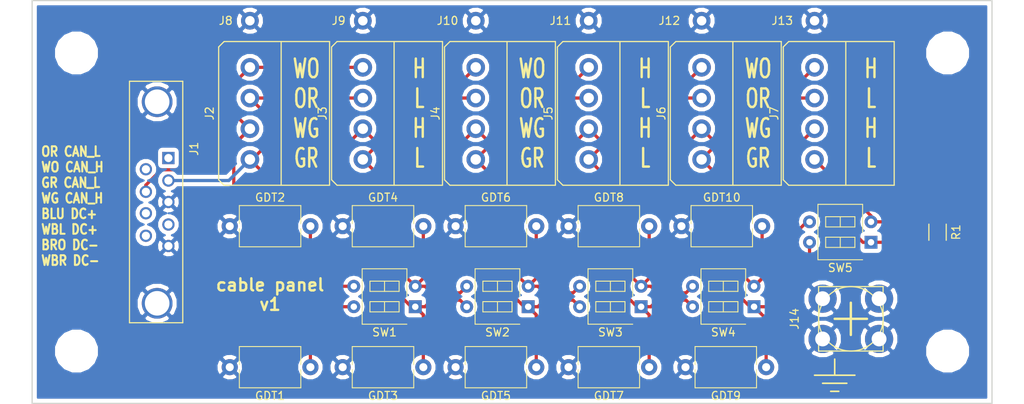
<source format=kicad_pcb>
(kicad_pcb (version 4) (host pcbnew 4.0.6)

  (general
    (links 69)
    (no_connects 0)
    (area 104.842857 59.424999 232.157143 109.735)
    (thickness 1.6)
    (drawings 17)
    (tracks 161)
    (zones 0)
    (modules 34)
    (nets 14)
  )

  (page A4)
  (title_block
    (date 2019-05-05)
    (rev 1)
  )

  (layers
    (0 F.Cu signal)
    (31 B.Cu signal)
    (32 B.Adhes user)
    (33 F.Adhes user)
    (34 B.Paste user)
    (35 F.Paste user)
    (36 B.SilkS user)
    (37 F.SilkS user)
    (38 B.Mask user)
    (39 F.Mask user)
    (40 Dwgs.User user)
    (41 Cmts.User user)
    (42 Eco1.User user)
    (43 Eco2.User user)
    (44 Edge.Cuts user)
    (45 Margin user)
    (46 B.CrtYd user)
    (47 F.CrtYd user)
    (48 B.Fab user)
    (49 F.Fab user)
  )

  (setup
    (last_trace_width 0.4)
    (trace_clearance 0.3)
    (zone_clearance 0.508)
    (zone_45_only yes)
    (trace_min 0.2)
    (segment_width 0.2)
    (edge_width 0.15)
    (via_size 0.7)
    (via_drill 0.4)
    (via_min_size 0.4)
    (via_min_drill 0.3)
    (uvia_size 0.7)
    (uvia_drill 0.4)
    (uvias_allowed no)
    (uvia_min_size 0.2)
    (uvia_min_drill 0.1)
    (pcb_text_width 0.3)
    (pcb_text_size 1.5 1.5)
    (mod_edge_width 0.15)
    (mod_text_size 1 1)
    (mod_text_width 0.15)
    (pad_size 2.3 2.3)
    (pad_drill 1.3)
    (pad_to_mask_clearance 0.2)
    (aux_axis_origin 0 0)
    (visible_elements FFFFFF7F)
    (pcbplotparams
      (layerselection 0x010e0_80000001)
      (usegerberextensions true)
      (excludeedgelayer true)
      (linewidth 0.100000)
      (plotframeref false)
      (viasonmask false)
      (mode 1)
      (useauxorigin false)
      (hpglpennumber 1)
      (hpglpenspeed 20)
      (hpglpendiameter 15)
      (hpglpenoverlay 2)
      (psnegative false)
      (psa4output false)
      (plotreference true)
      (plotvalue false)
      (plotinvisibletext false)
      (padsonsilk false)
      (subtractmaskfromsilk false)
      (outputformat 1)
      (mirror false)
      (drillshape 0)
      (scaleselection 1)
      (outputdirectory gerber/))
  )

  (net 0 "")
  (net 1 Earth)
  (net 2 /CAN0+)
  (net 3 /CAN0-)
  (net 4 /CAN1+)
  (net 5 /CAN1-)
  (net 6 /CAN2+)
  (net 7 /CAN2-)
  (net 8 /CAN3+)
  (net 9 /CAN3-)
  (net 10 /CAN4+)
  (net 11 /CAN4-)
  (net 12 /CAN5+)
  (net 13 /CAN5-)

  (net_class Default "To jest domyślna klasa połączeń."
    (clearance 0.3)
    (trace_width 0.4)
    (via_dia 0.7)
    (via_drill 0.4)
    (uvia_dia 0.7)
    (uvia_drill 0.4)
    (add_net /CAN0+)
    (add_net /CAN0-)
    (add_net /CAN1+)
    (add_net /CAN1-)
    (add_net /CAN2+)
    (add_net /CAN2-)
    (add_net /CAN3+)
    (add_net /CAN3-)
    (add_net /CAN4+)
    (add_net /CAN4-)
    (add_net /CAN5+)
    (add_net /CAN5-)
    (add_net Earth)
  )

  (module kfhlib:Screw_Terminal_M4 (layer F.Cu) (tedit 5CCDE8B2) (tstamp 5CCDCA79)
    (at 210.5 99 90)
    (path /5CCD3EBF)
    (fp_text reference J14 (at 0 -6.985 90) (layer F.SilkS)
      (effects (font (size 1 1) (thickness 0.15)))
    )
    (fp_text value EARTH (at 0 7.62 90) (layer F.Fab)
      (effects (font (size 1 1) (thickness 0.15)))
    )
    (fp_line (start 0 -2) (end 0 2) (layer F.SilkS) (width 0.3))
    (fp_line (start -2 0) (end 2 0) (layer F.SilkS) (width 0.3))
    (fp_circle (center 0 0) (end 0 -4) (layer F.SilkS) (width 0.15))
    (fp_line (start 4 -4) (end 4 4) (layer F.SilkS) (width 0.15))
    (fp_line (start 4 4) (end -4 4) (layer F.SilkS) (width 0.15))
    (fp_line (start -4 4) (end -4 -4) (layer F.SilkS) (width 0.15))
    (fp_line (start -4 -4) (end 4 -4) (layer F.SilkS) (width 0.15))
    (pad 1 thru_hole circle (at -2.5 3.5 90) (size 3.50088 3.50088) (drill 1.84) (layers *.Cu *.Mask)
      (net 1 Earth))
    (pad 1 thru_hole circle (at 2.5 3.5 90) (size 3.50088 3.50088) (drill 1.84) (layers *.Cu *.Mask)
      (net 1 Earth))
    (pad 1 thru_hole circle (at -2.5 -3.5 90) (size 3.50088 3.50088) (drill 1.84) (layers *.Cu *.Mask)
      (net 1 Earth))
    (pad 1 thru_hole circle (at 2.5 -3.5 90) (size 3.50088 3.50088) (drill 1.84) (layers *.Cu *.Mask)
      (net 1 Earth))
  )

  (module Wire_Pads:SolderWirePad_single_1-2mmDrill (layer F.Cu) (tedit 5CCE96E4) (tstamp 5CCDCA71)
    (at 206 62)
    (path /5CCD9AE1)
    (fp_text reference J13 (at -4 0) (layer F.SilkS)
      (effects (font (size 1 1) (thickness 0.15)))
    )
    (fp_text value CAN5_SHLD (at -1.905 3.175) (layer F.Fab)
      (effects (font (size 1 1) (thickness 0.15)))
    )
    (pad 1 thru_hole circle (at 0 0) (size 2.2 2.2) (drill 1.18) (layers *.Cu *.Mask)
      (net 1 Earth))
  )

  (module Wire_Pads:SolderWirePad_single_1-2mmDrill (layer F.Cu) (tedit 5CCE96DF) (tstamp 5CCDCA6C)
    (at 192 62)
    (path /5CCD9A91)
    (fp_text reference J12 (at -4 0) (layer F.SilkS)
      (effects (font (size 1 1) (thickness 0.15)))
    )
    (fp_text value CAN4_SHLD (at -1.905 3.175) (layer F.Fab)
      (effects (font (size 1 1) (thickness 0.15)))
    )
    (pad 1 thru_hole circle (at 0 0) (size 2.2 2.2) (drill 1.18) (layers *.Cu *.Mask)
      (net 1 Earth))
  )

  (module Wire_Pads:SolderWirePad_single_1-2mmDrill (layer F.Cu) (tedit 5CCE96DA) (tstamp 5CCDCA67)
    (at 178 62)
    (path /5CCD9A46)
    (fp_text reference J11 (at -3.5 0) (layer F.SilkS)
      (effects (font (size 1 1) (thickness 0.15)))
    )
    (fp_text value CAN3_SHLD (at -1.905 3.175) (layer F.Fab)
      (effects (font (size 1 1) (thickness 0.15)))
    )
    (pad 1 thru_hole circle (at 0 0) (size 2.2 2.2) (drill 1.18) (layers *.Cu *.Mask)
      (net 1 Earth))
  )

  (module Wire_Pads:SolderWirePad_single_1-2mmDrill (layer F.Cu) (tedit 5CCE96D7) (tstamp 5CCDCA62)
    (at 164 62)
    (path /5CCD99DF)
    (fp_text reference J10 (at -3.5 0) (layer F.SilkS)
      (effects (font (size 1 1) (thickness 0.15)))
    )
    (fp_text value CAN2_SHLD (at -1.905 3.175) (layer F.Fab)
      (effects (font (size 1 1) (thickness 0.15)))
    )
    (pad 1 thru_hole circle (at 0 0) (size 2.2 2.2) (drill 1.18) (layers *.Cu *.Mask)
      (net 1 Earth))
  )

  (module Wire_Pads:SolderWirePad_single_1-2mmDrill (layer F.Cu) (tedit 5CCE96D4) (tstamp 5CCDCA5A)
    (at 150 62)
    (path /5CCD9991)
    (fp_text reference J9 (at -3 0) (layer F.SilkS)
      (effects (font (size 1 1) (thickness 0.15)))
    )
    (fp_text value CAN1_SHLD (at -1.905 3.175) (layer F.Fab)
      (effects (font (size 1 1) (thickness 0.15)))
    )
    (pad 1 thru_hole circle (at 0 0) (size 2.2 2.2) (drill 1.18) (layers *.Cu *.Mask)
      (net 1 Earth))
  )

  (module Wire_Pads:SolderWirePad_single_1-2mmDrill (layer F.Cu) (tedit 5CCE96D0) (tstamp 5CCDCA56)
    (at 136 62)
    (path /5CCD987F)
    (fp_text reference J8 (at -3 0) (layer F.SilkS)
      (effects (font (size 1 1) (thickness 0.15)))
    )
    (fp_text value CAN0_SHLD (at -1.905 3.175) (layer F.Fab)
      (effects (font (size 1 1) (thickness 0.15)))
    )
    (pad 1 thru_hole circle (at 0 0) (size 2.2 2.2) (drill 1.18) (layers *.Cu *.Mask)
      (net 1 Earth))
  )

  (module kfhlib:PCB-PLUS (layer F.Cu) (tedit 5CCDC0AA) (tstamp 5CCDCA46)
    (at 206 73.5 270)
    (tags "lsa krone")
    (path /5CCD328B)
    (fp_text reference J7 (at 0 5 270) (layer F.SilkS)
      (effects (font (size 1 1) (thickness 0.15)))
    )
    (fp_text value CAN5 (at 0 -5 270) (layer F.Fab)
      (effects (font (size 1 1) (thickness 0.15)))
    )
    (fp_line (start 8.92 3.2) (end 8.245 3.875) (layer F.SilkS) (width 0.15))
    (fp_line (start -8.245 3.875) (end -8.92 3.2) (layer F.SilkS) (width 0.15))
    (fp_line (start -8.92 -3.875) (end -8.92 -9.875) (layer F.SilkS) (width 0.15))
    (fp_line (start -8.92 -9.875) (end 8.92 -9.875) (layer F.SilkS) (width 0.15))
    (fp_line (start 8.92 -9.875) (end 8.92 -3.875) (layer F.SilkS) (width 0.15))
    (fp_line (start -8.92 -3.875) (end 8.92 -3.875) (layer F.SilkS) (width 0.15))
    (fp_line (start 8.92 -3.875) (end 8.92 3.2) (layer F.SilkS) (width 0.15))
    (fp_line (start 8.245 3.875) (end -8.248 3.875) (layer F.SilkS) (width 0.15))
    (fp_line (start -8.92 3.2) (end -8.92 -3.875) (layer F.SilkS) (width 0.15))
    (pad 1 thru_hole circle (at -5.715 0 270) (size 2.3 2.3) (drill 1.3) (layers *.Cu *.Mask)
      (net 10 /CAN4+))
    (pad 2 thru_hole circle (at -1.905 0 270) (size 2.3 2.3) (drill 1.3) (layers *.Cu *.Mask)
      (net 11 /CAN4-))
    (pad 3 thru_hole circle (at 1.905 0 270) (size 2.3 2.3) (drill 1.3) (layers *.Cu *.Mask)
      (net 12 /CAN5+))
    (pad 4 thru_hole circle (at 5.715 0 270) (size 2.3 2.3) (drill 1.3) (layers *.Cu *.Mask)
      (net 13 /CAN5-))
  )

  (module kfhlib:PCB-PLUS (layer F.Cu) (tedit 5CCDC0AA) (tstamp 5CCDCA36)
    (at 192 73.5 270)
    (tags "lsa krone")
    (path /5CCD3261)
    (fp_text reference J6 (at 0 5 270) (layer F.SilkS)
      (effects (font (size 1 1) (thickness 0.15)))
    )
    (fp_text value CAN4 (at 0 -5 270) (layer F.Fab)
      (effects (font (size 1 1) (thickness 0.15)))
    )
    (fp_line (start 8.92 3.2) (end 8.245 3.875) (layer F.SilkS) (width 0.15))
    (fp_line (start -8.245 3.875) (end -8.92 3.2) (layer F.SilkS) (width 0.15))
    (fp_line (start -8.92 -3.875) (end -8.92 -9.875) (layer F.SilkS) (width 0.15))
    (fp_line (start -8.92 -9.875) (end 8.92 -9.875) (layer F.SilkS) (width 0.15))
    (fp_line (start 8.92 -9.875) (end 8.92 -3.875) (layer F.SilkS) (width 0.15))
    (fp_line (start -8.92 -3.875) (end 8.92 -3.875) (layer F.SilkS) (width 0.15))
    (fp_line (start 8.92 -3.875) (end 8.92 3.2) (layer F.SilkS) (width 0.15))
    (fp_line (start 8.245 3.875) (end -8.248 3.875) (layer F.SilkS) (width 0.15))
    (fp_line (start -8.92 3.2) (end -8.92 -3.875) (layer F.SilkS) (width 0.15))
    (pad 1 thru_hole circle (at -5.715 0 270) (size 2.3 2.3) (drill 1.3) (layers *.Cu *.Mask)
      (net 8 /CAN3+))
    (pad 2 thru_hole circle (at -1.905 0 270) (size 2.3 2.3) (drill 1.3) (layers *.Cu *.Mask)
      (net 9 /CAN3-))
    (pad 3 thru_hole circle (at 1.905 0 270) (size 2.3 2.3) (drill 1.3) (layers *.Cu *.Mask)
      (net 10 /CAN4+))
    (pad 4 thru_hole circle (at 5.715 0 270) (size 2.3 2.3) (drill 1.3) (layers *.Cu *.Mask)
      (net 11 /CAN4-))
  )

  (module kfhlib:PCB-PLUS (layer F.Cu) (tedit 5CCE9902) (tstamp 5CCDCA26)
    (at 178 73.5 270)
    (tags "lsa krone")
    (path /5CCD323D)
    (fp_text reference J5 (at 0 5 270) (layer F.SilkS)
      (effects (font (size 1 1) (thickness 0.15)))
    )
    (fp_text value CAN3 (at 0 -5 270) (layer F.Fab)
      (effects (font (size 1 1) (thickness 0.15)))
    )
    (fp_line (start 8.92 3.2) (end 8.245 3.875) (layer F.SilkS) (width 0.15))
    (fp_line (start -8.245 3.875) (end -8.92 3.2) (layer F.SilkS) (width 0.15))
    (fp_line (start -8.92 -3.875) (end -8.92 -9.875) (layer F.SilkS) (width 0.15))
    (fp_line (start -8.92 -9.875) (end 8.92 -9.875) (layer F.SilkS) (width 0.15))
    (fp_line (start 8.92 -9.875) (end 8.92 -3.875) (layer F.SilkS) (width 0.15))
    (fp_line (start -8.92 -3.875) (end 8.92 -3.875) (layer F.SilkS) (width 0.15))
    (fp_line (start 8.92 -3.875) (end 8.92 3.2) (layer F.SilkS) (width 0.15))
    (fp_line (start 8.245 3.875) (end -8.248 3.875) (layer F.SilkS) (width 0.15))
    (fp_line (start -8.92 3.2) (end -8.92 -3.875) (layer F.SilkS) (width 0.15))
    (pad 1 thru_hole circle (at -5.715 0 270) (size 2.3 2.3) (drill 1.3) (layers *.Cu *.Mask)
      (net 6 /CAN2+))
    (pad 2 thru_hole circle (at -1.905 0 270) (size 2.3 2.3) (drill 1.3) (layers *.Cu *.Mask)
      (net 7 /CAN2-))
    (pad 3 thru_hole circle (at 1.905 0 270) (size 2.3 2.3) (drill 1.3) (layers *.Cu *.Mask)
      (net 8 /CAN3+))
    (pad 4 thru_hole circle (at 5.715 0 270) (size 2.3 2.3) (drill 1.3) (layers *.Cu *.Mask)
      (net 9 /CAN3-))
  )

  (module kfhlib:PCB-PLUS (layer F.Cu) (tedit 5CCDC0AA) (tstamp 5CCDCA16)
    (at 164 73.5 270)
    (tags "lsa krone")
    (path /5CCD3219)
    (fp_text reference J4 (at 0 5 270) (layer F.SilkS)
      (effects (font (size 1 1) (thickness 0.15)))
    )
    (fp_text value CAN2 (at 0 -5 270) (layer F.Fab)
      (effects (font (size 1 1) (thickness 0.15)))
    )
    (fp_line (start 8.92 3.2) (end 8.245 3.875) (layer F.SilkS) (width 0.15))
    (fp_line (start -8.245 3.875) (end -8.92 3.2) (layer F.SilkS) (width 0.15))
    (fp_line (start -8.92 -3.875) (end -8.92 -9.875) (layer F.SilkS) (width 0.15))
    (fp_line (start -8.92 -9.875) (end 8.92 -9.875) (layer F.SilkS) (width 0.15))
    (fp_line (start 8.92 -9.875) (end 8.92 -3.875) (layer F.SilkS) (width 0.15))
    (fp_line (start -8.92 -3.875) (end 8.92 -3.875) (layer F.SilkS) (width 0.15))
    (fp_line (start 8.92 -3.875) (end 8.92 3.2) (layer F.SilkS) (width 0.15))
    (fp_line (start 8.245 3.875) (end -8.248 3.875) (layer F.SilkS) (width 0.15))
    (fp_line (start -8.92 3.2) (end -8.92 -3.875) (layer F.SilkS) (width 0.15))
    (pad 1 thru_hole circle (at -5.715 0 270) (size 2.3 2.3) (drill 1.3) (layers *.Cu *.Mask)
      (net 4 /CAN1+))
    (pad 2 thru_hole circle (at -1.905 0 270) (size 2.3 2.3) (drill 1.3) (layers *.Cu *.Mask)
      (net 5 /CAN1-))
    (pad 3 thru_hole circle (at 1.905 0 270) (size 2.3 2.3) (drill 1.3) (layers *.Cu *.Mask)
      (net 6 /CAN2+))
    (pad 4 thru_hole circle (at 5.715 0 270) (size 2.3 2.3) (drill 1.3) (layers *.Cu *.Mask)
      (net 7 /CAN2-))
  )

  (module kfhlib:PCB-PLUS (layer F.Cu) (tedit 5CCDC0AA) (tstamp 5CCDCA06)
    (at 150 73.5 270)
    (tags "lsa krone")
    (path /5CCD31FC)
    (fp_text reference J3 (at 0 5 270) (layer F.SilkS)
      (effects (font (size 1 1) (thickness 0.15)))
    )
    (fp_text value CAN1 (at 0 -5 270) (layer F.Fab)
      (effects (font (size 1 1) (thickness 0.15)))
    )
    (fp_line (start 8.92 3.2) (end 8.245 3.875) (layer F.SilkS) (width 0.15))
    (fp_line (start -8.245 3.875) (end -8.92 3.2) (layer F.SilkS) (width 0.15))
    (fp_line (start -8.92 -3.875) (end -8.92 -9.875) (layer F.SilkS) (width 0.15))
    (fp_line (start -8.92 -9.875) (end 8.92 -9.875) (layer F.SilkS) (width 0.15))
    (fp_line (start 8.92 -9.875) (end 8.92 -3.875) (layer F.SilkS) (width 0.15))
    (fp_line (start -8.92 -3.875) (end 8.92 -3.875) (layer F.SilkS) (width 0.15))
    (fp_line (start 8.92 -3.875) (end 8.92 3.2) (layer F.SilkS) (width 0.15))
    (fp_line (start 8.245 3.875) (end -8.248 3.875) (layer F.SilkS) (width 0.15))
    (fp_line (start -8.92 3.2) (end -8.92 -3.875) (layer F.SilkS) (width 0.15))
    (pad 1 thru_hole circle (at -5.715 0 270) (size 2.3 2.3) (drill 1.3) (layers *.Cu *.Mask)
      (net 2 /CAN0+))
    (pad 2 thru_hole circle (at -1.905 0 270) (size 2.3 2.3) (drill 1.3) (layers *.Cu *.Mask)
      (net 3 /CAN0-))
    (pad 3 thru_hole circle (at 1.905 0 270) (size 2.3 2.3) (drill 1.3) (layers *.Cu *.Mask)
      (net 4 /CAN1+))
    (pad 4 thru_hole circle (at 5.715 0 270) (size 2.3 2.3) (drill 1.3) (layers *.Cu *.Mask)
      (net 5 /CAN1-))
  )

  (module kfhlib:PCB-PLUS (layer F.Cu) (tedit 5CCDC0AA) (tstamp 5CCDC9F6)
    (at 136 73.5 270)
    (tags "lsa krone")
    (path /5CCD316B)
    (fp_text reference J2 (at 0 5 270) (layer F.SilkS)
      (effects (font (size 1 1) (thickness 0.15)))
    )
    (fp_text value CAN0 (at 0 -5 270) (layer F.Fab)
      (effects (font (size 1 1) (thickness 0.15)))
    )
    (fp_line (start 8.92 3.2) (end 8.245 3.875) (layer F.SilkS) (width 0.15))
    (fp_line (start -8.245 3.875) (end -8.92 3.2) (layer F.SilkS) (width 0.15))
    (fp_line (start -8.92 -3.875) (end -8.92 -9.875) (layer F.SilkS) (width 0.15))
    (fp_line (start -8.92 -9.875) (end 8.92 -9.875) (layer F.SilkS) (width 0.15))
    (fp_line (start 8.92 -9.875) (end 8.92 -3.875) (layer F.SilkS) (width 0.15))
    (fp_line (start -8.92 -3.875) (end 8.92 -3.875) (layer F.SilkS) (width 0.15))
    (fp_line (start 8.92 -3.875) (end 8.92 3.2) (layer F.SilkS) (width 0.15))
    (fp_line (start 8.245 3.875) (end -8.248 3.875) (layer F.SilkS) (width 0.15))
    (fp_line (start -8.92 3.2) (end -8.92 -3.875) (layer F.SilkS) (width 0.15))
    (pad 1 thru_hole circle (at -5.715 0 270) (size 2.3 2.3) (drill 1.3) (layers *.Cu *.Mask)
      (net 2 /CAN0+))
    (pad 2 thru_hole circle (at -1.905 0 270) (size 2.3 2.3) (drill 1.3) (layers *.Cu *.Mask)
      (net 3 /CAN0-))
    (pad 3 thru_hole circle (at 1.905 0 270) (size 2.3 2.3) (drill 1.3) (layers *.Cu *.Mask)
      (net 2 /CAN0+))
    (pad 4 thru_hole circle (at 5.715 0 270) (size 2.3 2.3) (drill 1.3) (layers *.Cu *.Mask)
      (net 3 /CAN0-))
  )

  (module Capacitors_THT:C_Disc_D7.5mm_W5.0mm_P10.00mm (layer F.Cu) (tedit 58765D06) (tstamp 5CCDC9F5)
    (at 189.5 87.5)
    (descr "C, Disc series, Radial, pin pitch=10.00mm, , diameter*width=7.5*5.0mm^2, Capacitor, http://www.vishay.com/docs/28535/vy2series.pdf")
    (tags "C Disc series Radial pin pitch 10.00mm  diameter 7.5mm width 5.0mm Capacitor")
    (path /5CCDBDF4)
    (fp_text reference GDT10 (at 5 -3.56) (layer F.SilkS)
      (effects (font (size 1 1) (thickness 0.15)))
    )
    (fp_text value CG-90L (at 5 3.56) (layer F.Fab)
      (effects (font (size 1 1) (thickness 0.15)))
    )
    (fp_line (start 1.25 -2.5) (end 1.25 2.5) (layer F.Fab) (width 0.1))
    (fp_line (start 1.25 2.5) (end 8.75 2.5) (layer F.Fab) (width 0.1))
    (fp_line (start 8.75 2.5) (end 8.75 -2.5) (layer F.Fab) (width 0.1))
    (fp_line (start 8.75 -2.5) (end 1.25 -2.5) (layer F.Fab) (width 0.1))
    (fp_line (start 1.19 -2.56) (end 8.81 -2.56) (layer F.SilkS) (width 0.12))
    (fp_line (start 1.19 2.56) (end 8.81 2.56) (layer F.SilkS) (width 0.12))
    (fp_line (start 1.19 -2.56) (end 1.19 -0.311) (layer F.SilkS) (width 0.12))
    (fp_line (start 1.19 0.311) (end 1.19 2.56) (layer F.SilkS) (width 0.12))
    (fp_line (start 8.81 -2.56) (end 8.81 -0.311) (layer F.SilkS) (width 0.12))
    (fp_line (start 8.81 0.311) (end 8.81 2.56) (layer F.SilkS) (width 0.12))
    (fp_line (start -1.25 -2.85) (end -1.25 2.85) (layer F.CrtYd) (width 0.05))
    (fp_line (start -1.25 2.85) (end 11.25 2.85) (layer F.CrtYd) (width 0.05))
    (fp_line (start 11.25 2.85) (end 11.25 -2.85) (layer F.CrtYd) (width 0.05))
    (fp_line (start 11.25 -2.85) (end -1.25 -2.85) (layer F.CrtYd) (width 0.05))
    (pad 1 thru_hole circle (at 0 0) (size 2 2) (drill 1) (layers *.Cu *.Mask)
      (net 1 Earth))
    (pad 2 thru_hole circle (at 10 0) (size 2 2) (drill 1) (layers *.Cu *.Mask)
      (net 11 /CAN4-))
    (model Capacitors_THT.3dshapes/C_Disc_D7.5mm_W5.0mm_P10.00mm.wrl
      (at (xyz 0 0 0))
      (scale (xyz 0.393701 0.393701 0.393701))
      (rotate (xyz 0 0 0))
    )
  )

  (module Capacitors_THT:C_Disc_D7.5mm_W5.0mm_P10.00mm (layer F.Cu) (tedit 58765D06) (tstamp 5CCDC9EF)
    (at 200 105 180)
    (descr "C, Disc series, Radial, pin pitch=10.00mm, , diameter*width=7.5*5.0mm^2, Capacitor, http://www.vishay.com/docs/28535/vy2series.pdf")
    (tags "C Disc series Radial pin pitch 10.00mm  diameter 7.5mm width 5.0mm Capacitor")
    (path /5CCDBE64)
    (fp_text reference GDT9 (at 5 -3.56 180) (layer F.SilkS)
      (effects (font (size 1 1) (thickness 0.15)))
    )
    (fp_text value CG-90L (at 5 3.56 180) (layer F.Fab)
      (effects (font (size 1 1) (thickness 0.15)))
    )
    (fp_line (start 1.25 -2.5) (end 1.25 2.5) (layer F.Fab) (width 0.1))
    (fp_line (start 1.25 2.5) (end 8.75 2.5) (layer F.Fab) (width 0.1))
    (fp_line (start 8.75 2.5) (end 8.75 -2.5) (layer F.Fab) (width 0.1))
    (fp_line (start 8.75 -2.5) (end 1.25 -2.5) (layer F.Fab) (width 0.1))
    (fp_line (start 1.19 -2.56) (end 8.81 -2.56) (layer F.SilkS) (width 0.12))
    (fp_line (start 1.19 2.56) (end 8.81 2.56) (layer F.SilkS) (width 0.12))
    (fp_line (start 1.19 -2.56) (end 1.19 -0.311) (layer F.SilkS) (width 0.12))
    (fp_line (start 1.19 0.311) (end 1.19 2.56) (layer F.SilkS) (width 0.12))
    (fp_line (start 8.81 -2.56) (end 8.81 -0.311) (layer F.SilkS) (width 0.12))
    (fp_line (start 8.81 0.311) (end 8.81 2.56) (layer F.SilkS) (width 0.12))
    (fp_line (start -1.25 -2.85) (end -1.25 2.85) (layer F.CrtYd) (width 0.05))
    (fp_line (start -1.25 2.85) (end 11.25 2.85) (layer F.CrtYd) (width 0.05))
    (fp_line (start 11.25 2.85) (end 11.25 -2.85) (layer F.CrtYd) (width 0.05))
    (fp_line (start 11.25 -2.85) (end -1.25 -2.85) (layer F.CrtYd) (width 0.05))
    (pad 1 thru_hole circle (at 0 0 180) (size 2 2) (drill 1) (layers *.Cu *.Mask)
      (net 10 /CAN4+))
    (pad 2 thru_hole circle (at 10 0 180) (size 2 2) (drill 1) (layers *.Cu *.Mask)
      (net 1 Earth))
    (model Capacitors_THT.3dshapes/C_Disc_D7.5mm_W5.0mm_P10.00mm.wrl
      (at (xyz 0 0 0))
      (scale (xyz 0.393701 0.393701 0.393701))
      (rotate (xyz 0 0 0))
    )
  )

  (module Capacitors_THT:C_Disc_D7.5mm_W5.0mm_P10.00mm (layer F.Cu) (tedit 58765D06) (tstamp 5CCDC9E9)
    (at 175.5 87.5)
    (descr "C, Disc series, Radial, pin pitch=10.00mm, , diameter*width=7.5*5.0mm^2, Capacitor, http://www.vishay.com/docs/28535/vy2series.pdf")
    (tags "C Disc series Radial pin pitch 10.00mm  diameter 7.5mm width 5.0mm Capacitor")
    (path /5CCDBD8A)
    (fp_text reference GDT8 (at 5 -3.56) (layer F.SilkS)
      (effects (font (size 1 1) (thickness 0.15)))
    )
    (fp_text value CG-90L (at 5 3.56) (layer F.Fab)
      (effects (font (size 1 1) (thickness 0.15)))
    )
    (fp_line (start 1.25 -2.5) (end 1.25 2.5) (layer F.Fab) (width 0.1))
    (fp_line (start 1.25 2.5) (end 8.75 2.5) (layer F.Fab) (width 0.1))
    (fp_line (start 8.75 2.5) (end 8.75 -2.5) (layer F.Fab) (width 0.1))
    (fp_line (start 8.75 -2.5) (end 1.25 -2.5) (layer F.Fab) (width 0.1))
    (fp_line (start 1.19 -2.56) (end 8.81 -2.56) (layer F.SilkS) (width 0.12))
    (fp_line (start 1.19 2.56) (end 8.81 2.56) (layer F.SilkS) (width 0.12))
    (fp_line (start 1.19 -2.56) (end 1.19 -0.311) (layer F.SilkS) (width 0.12))
    (fp_line (start 1.19 0.311) (end 1.19 2.56) (layer F.SilkS) (width 0.12))
    (fp_line (start 8.81 -2.56) (end 8.81 -0.311) (layer F.SilkS) (width 0.12))
    (fp_line (start 8.81 0.311) (end 8.81 2.56) (layer F.SilkS) (width 0.12))
    (fp_line (start -1.25 -2.85) (end -1.25 2.85) (layer F.CrtYd) (width 0.05))
    (fp_line (start -1.25 2.85) (end 11.25 2.85) (layer F.CrtYd) (width 0.05))
    (fp_line (start 11.25 2.85) (end 11.25 -2.85) (layer F.CrtYd) (width 0.05))
    (fp_line (start 11.25 -2.85) (end -1.25 -2.85) (layer F.CrtYd) (width 0.05))
    (pad 1 thru_hole circle (at 0 0) (size 2 2) (drill 1) (layers *.Cu *.Mask)
      (net 1 Earth))
    (pad 2 thru_hole circle (at 10 0) (size 2 2) (drill 1) (layers *.Cu *.Mask)
      (net 9 /CAN3-))
    (model Capacitors_THT.3dshapes/C_Disc_D7.5mm_W5.0mm_P10.00mm.wrl
      (at (xyz 0 0 0))
      (scale (xyz 0.393701 0.393701 0.393701))
      (rotate (xyz 0 0 0))
    )
  )

  (module Capacitors_THT:C_Disc_D7.5mm_W5.0mm_P10.00mm (layer F.Cu) (tedit 58765D06) (tstamp 5CCDC9E3)
    (at 185.5 105 180)
    (descr "C, Disc series, Radial, pin pitch=10.00mm, , diameter*width=7.5*5.0mm^2, Capacitor, http://www.vishay.com/docs/28535/vy2series.pdf")
    (tags "C Disc series Radial pin pitch 10.00mm  diameter 7.5mm width 5.0mm Capacitor")
    (path /5CCDBD1C)
    (fp_text reference GDT7 (at 5 -3.56 180) (layer F.SilkS)
      (effects (font (size 1 1) (thickness 0.15)))
    )
    (fp_text value CG-90L (at 5 3.56 180) (layer F.Fab)
      (effects (font (size 1 1) (thickness 0.15)))
    )
    (fp_line (start 1.25 -2.5) (end 1.25 2.5) (layer F.Fab) (width 0.1))
    (fp_line (start 1.25 2.5) (end 8.75 2.5) (layer F.Fab) (width 0.1))
    (fp_line (start 8.75 2.5) (end 8.75 -2.5) (layer F.Fab) (width 0.1))
    (fp_line (start 8.75 -2.5) (end 1.25 -2.5) (layer F.Fab) (width 0.1))
    (fp_line (start 1.19 -2.56) (end 8.81 -2.56) (layer F.SilkS) (width 0.12))
    (fp_line (start 1.19 2.56) (end 8.81 2.56) (layer F.SilkS) (width 0.12))
    (fp_line (start 1.19 -2.56) (end 1.19 -0.311) (layer F.SilkS) (width 0.12))
    (fp_line (start 1.19 0.311) (end 1.19 2.56) (layer F.SilkS) (width 0.12))
    (fp_line (start 8.81 -2.56) (end 8.81 -0.311) (layer F.SilkS) (width 0.12))
    (fp_line (start 8.81 0.311) (end 8.81 2.56) (layer F.SilkS) (width 0.12))
    (fp_line (start -1.25 -2.85) (end -1.25 2.85) (layer F.CrtYd) (width 0.05))
    (fp_line (start -1.25 2.85) (end 11.25 2.85) (layer F.CrtYd) (width 0.05))
    (fp_line (start 11.25 2.85) (end 11.25 -2.85) (layer F.CrtYd) (width 0.05))
    (fp_line (start 11.25 -2.85) (end -1.25 -2.85) (layer F.CrtYd) (width 0.05))
    (pad 1 thru_hole circle (at 0 0 180) (size 2 2) (drill 1) (layers *.Cu *.Mask)
      (net 8 /CAN3+))
    (pad 2 thru_hole circle (at 10 0 180) (size 2 2) (drill 1) (layers *.Cu *.Mask)
      (net 1 Earth))
    (model Capacitors_THT.3dshapes/C_Disc_D7.5mm_W5.0mm_P10.00mm.wrl
      (at (xyz 0 0 0))
      (scale (xyz 0.393701 0.393701 0.393701))
      (rotate (xyz 0 0 0))
    )
  )

  (module Capacitors_THT:C_Disc_D7.5mm_W5.0mm_P10.00mm (layer F.Cu) (tedit 58765D06) (tstamp 5CCDC9DD)
    (at 161.5 87.5)
    (descr "C, Disc series, Radial, pin pitch=10.00mm, , diameter*width=7.5*5.0mm^2, Capacitor, http://www.vishay.com/docs/28535/vy2series.pdf")
    (tags "C Disc series Radial pin pitch 10.00mm  diameter 7.5mm width 5.0mm Capacitor")
    (path /5CCDB59D)
    (fp_text reference GDT6 (at 5 -3.56) (layer F.SilkS)
      (effects (font (size 1 1) (thickness 0.15)))
    )
    (fp_text value CG-90L (at 5 3.56) (layer F.Fab)
      (effects (font (size 1 1) (thickness 0.15)))
    )
    (fp_line (start 1.25 -2.5) (end 1.25 2.5) (layer F.Fab) (width 0.1))
    (fp_line (start 1.25 2.5) (end 8.75 2.5) (layer F.Fab) (width 0.1))
    (fp_line (start 8.75 2.5) (end 8.75 -2.5) (layer F.Fab) (width 0.1))
    (fp_line (start 8.75 -2.5) (end 1.25 -2.5) (layer F.Fab) (width 0.1))
    (fp_line (start 1.19 -2.56) (end 8.81 -2.56) (layer F.SilkS) (width 0.12))
    (fp_line (start 1.19 2.56) (end 8.81 2.56) (layer F.SilkS) (width 0.12))
    (fp_line (start 1.19 -2.56) (end 1.19 -0.311) (layer F.SilkS) (width 0.12))
    (fp_line (start 1.19 0.311) (end 1.19 2.56) (layer F.SilkS) (width 0.12))
    (fp_line (start 8.81 -2.56) (end 8.81 -0.311) (layer F.SilkS) (width 0.12))
    (fp_line (start 8.81 0.311) (end 8.81 2.56) (layer F.SilkS) (width 0.12))
    (fp_line (start -1.25 -2.85) (end -1.25 2.85) (layer F.CrtYd) (width 0.05))
    (fp_line (start -1.25 2.85) (end 11.25 2.85) (layer F.CrtYd) (width 0.05))
    (fp_line (start 11.25 2.85) (end 11.25 -2.85) (layer F.CrtYd) (width 0.05))
    (fp_line (start 11.25 -2.85) (end -1.25 -2.85) (layer F.CrtYd) (width 0.05))
    (pad 1 thru_hole circle (at 0 0) (size 2 2) (drill 1) (layers *.Cu *.Mask)
      (net 1 Earth))
    (pad 2 thru_hole circle (at 10 0) (size 2 2) (drill 1) (layers *.Cu *.Mask)
      (net 7 /CAN2-))
    (model Capacitors_THT.3dshapes/C_Disc_D7.5mm_W5.0mm_P10.00mm.wrl
      (at (xyz 0 0 0))
      (scale (xyz 0.393701 0.393701 0.393701))
      (rotate (xyz 0 0 0))
    )
  )

  (module Capacitors_THT:C_Disc_D7.5mm_W5.0mm_P10.00mm (layer F.Cu) (tedit 58765D06) (tstamp 5CCDC9D7)
    (at 171.5 105 180)
    (descr "C, Disc series, Radial, pin pitch=10.00mm, , diameter*width=7.5*5.0mm^2, Capacitor, http://www.vishay.com/docs/28535/vy2series.pdf")
    (tags "C Disc series Radial pin pitch 10.00mm  diameter 7.5mm width 5.0mm Capacitor")
    (path /5CCDB53F)
    (fp_text reference GDT5 (at 5 -3.56 180) (layer F.SilkS)
      (effects (font (size 1 1) (thickness 0.15)))
    )
    (fp_text value CG-90L (at 5 3.56 180) (layer F.Fab)
      (effects (font (size 1 1) (thickness 0.15)))
    )
    (fp_line (start 1.25 -2.5) (end 1.25 2.5) (layer F.Fab) (width 0.1))
    (fp_line (start 1.25 2.5) (end 8.75 2.5) (layer F.Fab) (width 0.1))
    (fp_line (start 8.75 2.5) (end 8.75 -2.5) (layer F.Fab) (width 0.1))
    (fp_line (start 8.75 -2.5) (end 1.25 -2.5) (layer F.Fab) (width 0.1))
    (fp_line (start 1.19 -2.56) (end 8.81 -2.56) (layer F.SilkS) (width 0.12))
    (fp_line (start 1.19 2.56) (end 8.81 2.56) (layer F.SilkS) (width 0.12))
    (fp_line (start 1.19 -2.56) (end 1.19 -0.311) (layer F.SilkS) (width 0.12))
    (fp_line (start 1.19 0.311) (end 1.19 2.56) (layer F.SilkS) (width 0.12))
    (fp_line (start 8.81 -2.56) (end 8.81 -0.311) (layer F.SilkS) (width 0.12))
    (fp_line (start 8.81 0.311) (end 8.81 2.56) (layer F.SilkS) (width 0.12))
    (fp_line (start -1.25 -2.85) (end -1.25 2.85) (layer F.CrtYd) (width 0.05))
    (fp_line (start -1.25 2.85) (end 11.25 2.85) (layer F.CrtYd) (width 0.05))
    (fp_line (start 11.25 2.85) (end 11.25 -2.85) (layer F.CrtYd) (width 0.05))
    (fp_line (start 11.25 -2.85) (end -1.25 -2.85) (layer F.CrtYd) (width 0.05))
    (pad 1 thru_hole circle (at 0 0 180) (size 2 2) (drill 1) (layers *.Cu *.Mask)
      (net 6 /CAN2+))
    (pad 2 thru_hole circle (at 10 0 180) (size 2 2) (drill 1) (layers *.Cu *.Mask)
      (net 1 Earth))
    (model Capacitors_THT.3dshapes/C_Disc_D7.5mm_W5.0mm_P10.00mm.wrl
      (at (xyz 0 0 0))
      (scale (xyz 0.393701 0.393701 0.393701))
      (rotate (xyz 0 0 0))
    )
  )

  (module Capacitors_THT:C_Disc_D7.5mm_W5.0mm_P10.00mm (layer F.Cu) (tedit 58765D06) (tstamp 5CCDC9D1)
    (at 147.5 87.5)
    (descr "C, Disc series, Radial, pin pitch=10.00mm, , diameter*width=7.5*5.0mm^2, Capacitor, http://www.vishay.com/docs/28535/vy2series.pdf")
    (tags "C Disc series Radial pin pitch 10.00mm  diameter 7.5mm width 5.0mm Capacitor")
    (path /5CCDAD58)
    (fp_text reference GDT4 (at 5 -3.56) (layer F.SilkS)
      (effects (font (size 1 1) (thickness 0.15)))
    )
    (fp_text value CG-90L (at 5 3.56) (layer F.Fab)
      (effects (font (size 1 1) (thickness 0.15)))
    )
    (fp_line (start 1.25 -2.5) (end 1.25 2.5) (layer F.Fab) (width 0.1))
    (fp_line (start 1.25 2.5) (end 8.75 2.5) (layer F.Fab) (width 0.1))
    (fp_line (start 8.75 2.5) (end 8.75 -2.5) (layer F.Fab) (width 0.1))
    (fp_line (start 8.75 -2.5) (end 1.25 -2.5) (layer F.Fab) (width 0.1))
    (fp_line (start 1.19 -2.56) (end 8.81 -2.56) (layer F.SilkS) (width 0.12))
    (fp_line (start 1.19 2.56) (end 8.81 2.56) (layer F.SilkS) (width 0.12))
    (fp_line (start 1.19 -2.56) (end 1.19 -0.311) (layer F.SilkS) (width 0.12))
    (fp_line (start 1.19 0.311) (end 1.19 2.56) (layer F.SilkS) (width 0.12))
    (fp_line (start 8.81 -2.56) (end 8.81 -0.311) (layer F.SilkS) (width 0.12))
    (fp_line (start 8.81 0.311) (end 8.81 2.56) (layer F.SilkS) (width 0.12))
    (fp_line (start -1.25 -2.85) (end -1.25 2.85) (layer F.CrtYd) (width 0.05))
    (fp_line (start -1.25 2.85) (end 11.25 2.85) (layer F.CrtYd) (width 0.05))
    (fp_line (start 11.25 2.85) (end 11.25 -2.85) (layer F.CrtYd) (width 0.05))
    (fp_line (start 11.25 -2.85) (end -1.25 -2.85) (layer F.CrtYd) (width 0.05))
    (pad 1 thru_hole circle (at 0 0) (size 2 2) (drill 1) (layers *.Cu *.Mask)
      (net 1 Earth))
    (pad 2 thru_hole circle (at 10 0) (size 2 2) (drill 1) (layers *.Cu *.Mask)
      (net 5 /CAN1-))
    (model Capacitors_THT.3dshapes/C_Disc_D7.5mm_W5.0mm_P10.00mm.wrl
      (at (xyz 0 0 0))
      (scale (xyz 0.393701 0.393701 0.393701))
      (rotate (xyz 0 0 0))
    )
  )

  (module Capacitors_THT:C_Disc_D7.5mm_W5.0mm_P10.00mm (layer F.Cu) (tedit 58765D06) (tstamp 5CCDC9CB)
    (at 157.5 105 180)
    (descr "C, Disc series, Radial, pin pitch=10.00mm, , diameter*width=7.5*5.0mm^2, Capacitor, http://www.vishay.com/docs/28535/vy2series.pdf")
    (tags "C Disc series Radial pin pitch 10.00mm  diameter 7.5mm width 5.0mm Capacitor")
    (path /5CCDB0DE)
    (fp_text reference GDT3 (at 5 -3.56 180) (layer F.SilkS)
      (effects (font (size 1 1) (thickness 0.15)))
    )
    (fp_text value CG-90L (at 5 3.56 180) (layer F.Fab)
      (effects (font (size 1 1) (thickness 0.15)))
    )
    (fp_line (start 1.25 -2.5) (end 1.25 2.5) (layer F.Fab) (width 0.1))
    (fp_line (start 1.25 2.5) (end 8.75 2.5) (layer F.Fab) (width 0.1))
    (fp_line (start 8.75 2.5) (end 8.75 -2.5) (layer F.Fab) (width 0.1))
    (fp_line (start 8.75 -2.5) (end 1.25 -2.5) (layer F.Fab) (width 0.1))
    (fp_line (start 1.19 -2.56) (end 8.81 -2.56) (layer F.SilkS) (width 0.12))
    (fp_line (start 1.19 2.56) (end 8.81 2.56) (layer F.SilkS) (width 0.12))
    (fp_line (start 1.19 -2.56) (end 1.19 -0.311) (layer F.SilkS) (width 0.12))
    (fp_line (start 1.19 0.311) (end 1.19 2.56) (layer F.SilkS) (width 0.12))
    (fp_line (start 8.81 -2.56) (end 8.81 -0.311) (layer F.SilkS) (width 0.12))
    (fp_line (start 8.81 0.311) (end 8.81 2.56) (layer F.SilkS) (width 0.12))
    (fp_line (start -1.25 -2.85) (end -1.25 2.85) (layer F.CrtYd) (width 0.05))
    (fp_line (start -1.25 2.85) (end 11.25 2.85) (layer F.CrtYd) (width 0.05))
    (fp_line (start 11.25 2.85) (end 11.25 -2.85) (layer F.CrtYd) (width 0.05))
    (fp_line (start 11.25 -2.85) (end -1.25 -2.85) (layer F.CrtYd) (width 0.05))
    (pad 1 thru_hole circle (at 0 0 180) (size 2 2) (drill 1) (layers *.Cu *.Mask)
      (net 4 /CAN1+))
    (pad 2 thru_hole circle (at 10 0 180) (size 2 2) (drill 1) (layers *.Cu *.Mask)
      (net 1 Earth))
    (model Capacitors_THT.3dshapes/C_Disc_D7.5mm_W5.0mm_P10.00mm.wrl
      (at (xyz 0 0 0))
      (scale (xyz 0.393701 0.393701 0.393701))
      (rotate (xyz 0 0 0))
    )
  )

  (module Capacitors_THT:C_Disc_D7.5mm_W5.0mm_P10.00mm (layer F.Cu) (tedit 58765D06) (tstamp 5CCDC9C5)
    (at 133.5 87.5)
    (descr "C, Disc series, Radial, pin pitch=10.00mm, , diameter*width=7.5*5.0mm^2, Capacitor, http://www.vishay.com/docs/28535/vy2series.pdf")
    (tags "C Disc series Radial pin pitch 10.00mm  diameter 7.5mm width 5.0mm Capacitor")
    (path /5CCDBCB4)
    (fp_text reference GDT2 (at 5 -3.56) (layer F.SilkS)
      (effects (font (size 1 1) (thickness 0.15)))
    )
    (fp_text value CG-90L (at 5 3.56) (layer F.Fab)
      (effects (font (size 1 1) (thickness 0.15)))
    )
    (fp_line (start 1.25 -2.5) (end 1.25 2.5) (layer F.Fab) (width 0.1))
    (fp_line (start 1.25 2.5) (end 8.75 2.5) (layer F.Fab) (width 0.1))
    (fp_line (start 8.75 2.5) (end 8.75 -2.5) (layer F.Fab) (width 0.1))
    (fp_line (start 8.75 -2.5) (end 1.25 -2.5) (layer F.Fab) (width 0.1))
    (fp_line (start 1.19 -2.56) (end 8.81 -2.56) (layer F.SilkS) (width 0.12))
    (fp_line (start 1.19 2.56) (end 8.81 2.56) (layer F.SilkS) (width 0.12))
    (fp_line (start 1.19 -2.56) (end 1.19 -0.311) (layer F.SilkS) (width 0.12))
    (fp_line (start 1.19 0.311) (end 1.19 2.56) (layer F.SilkS) (width 0.12))
    (fp_line (start 8.81 -2.56) (end 8.81 -0.311) (layer F.SilkS) (width 0.12))
    (fp_line (start 8.81 0.311) (end 8.81 2.56) (layer F.SilkS) (width 0.12))
    (fp_line (start -1.25 -2.85) (end -1.25 2.85) (layer F.CrtYd) (width 0.05))
    (fp_line (start -1.25 2.85) (end 11.25 2.85) (layer F.CrtYd) (width 0.05))
    (fp_line (start 11.25 2.85) (end 11.25 -2.85) (layer F.CrtYd) (width 0.05))
    (fp_line (start 11.25 -2.85) (end -1.25 -2.85) (layer F.CrtYd) (width 0.05))
    (pad 1 thru_hole circle (at 0 0) (size 2 2) (drill 1) (layers *.Cu *.Mask)
      (net 1 Earth))
    (pad 2 thru_hole circle (at 10 0) (size 2 2) (drill 1) (layers *.Cu *.Mask)
      (net 3 /CAN0-))
    (model Capacitors_THT.3dshapes/C_Disc_D7.5mm_W5.0mm_P10.00mm.wrl
      (at (xyz 0 0 0))
      (scale (xyz 0.393701 0.393701 0.393701))
      (rotate (xyz 0 0 0))
    )
  )

  (module Capacitors_THT:C_Disc_D7.5mm_W5.0mm_P10.00mm (layer F.Cu) (tedit 58765D06) (tstamp 5CCDC9BF)
    (at 143.5 105 180)
    (descr "C, Disc series, Radial, pin pitch=10.00mm, , diameter*width=7.5*5.0mm^2, Capacitor, http://www.vishay.com/docs/28535/vy2series.pdf")
    (tags "C Disc series Radial pin pitch 10.00mm  diameter 7.5mm width 5.0mm Capacitor")
    (path /5CCDBA94)
    (fp_text reference GDT1 (at 5 -3.56 180) (layer F.SilkS)
      (effects (font (size 1 1) (thickness 0.15)))
    )
    (fp_text value CG-90L (at 5 3.56 180) (layer F.Fab)
      (effects (font (size 1 1) (thickness 0.15)))
    )
    (fp_line (start 1.25 -2.5) (end 1.25 2.5) (layer F.Fab) (width 0.1))
    (fp_line (start 1.25 2.5) (end 8.75 2.5) (layer F.Fab) (width 0.1))
    (fp_line (start 8.75 2.5) (end 8.75 -2.5) (layer F.Fab) (width 0.1))
    (fp_line (start 8.75 -2.5) (end 1.25 -2.5) (layer F.Fab) (width 0.1))
    (fp_line (start 1.19 -2.56) (end 8.81 -2.56) (layer F.SilkS) (width 0.12))
    (fp_line (start 1.19 2.56) (end 8.81 2.56) (layer F.SilkS) (width 0.12))
    (fp_line (start 1.19 -2.56) (end 1.19 -0.311) (layer F.SilkS) (width 0.12))
    (fp_line (start 1.19 0.311) (end 1.19 2.56) (layer F.SilkS) (width 0.12))
    (fp_line (start 8.81 -2.56) (end 8.81 -0.311) (layer F.SilkS) (width 0.12))
    (fp_line (start 8.81 0.311) (end 8.81 2.56) (layer F.SilkS) (width 0.12))
    (fp_line (start -1.25 -2.85) (end -1.25 2.85) (layer F.CrtYd) (width 0.05))
    (fp_line (start -1.25 2.85) (end 11.25 2.85) (layer F.CrtYd) (width 0.05))
    (fp_line (start 11.25 2.85) (end 11.25 -2.85) (layer F.CrtYd) (width 0.05))
    (fp_line (start 11.25 -2.85) (end -1.25 -2.85) (layer F.CrtYd) (width 0.05))
    (pad 1 thru_hole circle (at 0 0 180) (size 2 2) (drill 1) (layers *.Cu *.Mask)
      (net 2 /CAN0+))
    (pad 2 thru_hole circle (at 10 0 180) (size 2 2) (drill 1) (layers *.Cu *.Mask)
      (net 1 Earth))
    (model Capacitors_THT.3dshapes/C_Disc_D7.5mm_W5.0mm_P10.00mm.wrl
      (at (xyz 0 0 0))
      (scale (xyz 0.393701 0.393701 0.393701))
      (rotate (xyz 0 0 0))
    )
  )

  (module Buttons_Switches_THT:SW_DIP_x2_W7.62mm_Slide_LowProfile (layer F.Cu) (tedit 5862A068) (tstamp 5CCDC44F)
    (at 213 89.5 180)
    (descr "2x-dip-switch, Slide, row spacing 7.62 mm (300 mils), LowProfile")
    (tags "DIP Switch Slide 7.62mm 300mil LowProfile")
    (path /5CCD4D1E)
    (fp_text reference SW5 (at 3.81 -3.17 180) (layer F.SilkS)
      (effects (font (size 1 1) (thickness 0.15)))
    )
    (fp_text value CAN5 (at 3.81 5.71 180) (layer F.Fab)
      (effects (font (size 1 1) (thickness 0.15)))
    )
    (fp_line (start 1.47 -2.05) (end 7.15 -2.05) (layer F.Fab) (width 0.1))
    (fp_line (start 7.15 -2.05) (end 7.15 4.59) (layer F.Fab) (width 0.1))
    (fp_line (start 7.15 4.59) (end 0.47 4.59) (layer F.Fab) (width 0.1))
    (fp_line (start 0.47 4.59) (end 0.47 -1.05) (layer F.Fab) (width 0.1))
    (fp_line (start 0.47 -1.05) (end 1.47 -2.05) (layer F.Fab) (width 0.1))
    (fp_line (start 2 -0.635) (end 2 0.635) (layer F.Fab) (width 0.1))
    (fp_line (start 2 0.635) (end 5.62 0.635) (layer F.Fab) (width 0.1))
    (fp_line (start 5.62 0.635) (end 5.62 -0.635) (layer F.Fab) (width 0.1))
    (fp_line (start 5.62 -0.635) (end 2 -0.635) (layer F.Fab) (width 0.1))
    (fp_line (start 3.81 -0.635) (end 3.81 0.635) (layer F.Fab) (width 0.1))
    (fp_line (start 2 1.905) (end 2 3.175) (layer F.Fab) (width 0.1))
    (fp_line (start 2 3.175) (end 5.62 3.175) (layer F.Fab) (width 0.1))
    (fp_line (start 5.62 3.175) (end 5.62 1.905) (layer F.Fab) (width 0.1))
    (fp_line (start 5.62 1.905) (end 2 1.905) (layer F.Fab) (width 0.1))
    (fp_line (start 3.81 1.905) (end 3.81 3.175) (layer F.Fab) (width 0.1))
    (fp_line (start 1.04 -2.17) (end 6.58 -2.17) (layer F.SilkS) (width 0.12))
    (fp_line (start 6.58 -2.17) (end 6.58 4.71) (layer F.SilkS) (width 0.12))
    (fp_line (start 6.58 4.71) (end 1.04 4.71) (layer F.SilkS) (width 0.12))
    (fp_line (start 1.04 4.71) (end 1.04 1.27) (layer F.SilkS) (width 0.12))
    (fp_line (start 2 -0.635) (end 2 0.635) (layer F.SilkS) (width 0.12))
    (fp_line (start 2 0.635) (end 5.62 0.635) (layer F.SilkS) (width 0.12))
    (fp_line (start 5.62 0.635) (end 5.62 -0.635) (layer F.SilkS) (width 0.12))
    (fp_line (start 5.62 -0.635) (end 2 -0.635) (layer F.SilkS) (width 0.12))
    (fp_line (start 3.81 -0.635) (end 3.81 0.635) (layer F.SilkS) (width 0.12))
    (fp_line (start 2 1.905) (end 2 3.175) (layer F.SilkS) (width 0.12))
    (fp_line (start 2 3.175) (end 5.62 3.175) (layer F.SilkS) (width 0.12))
    (fp_line (start 5.62 3.175) (end 5.62 1.905) (layer F.SilkS) (width 0.12))
    (fp_line (start 5.62 1.905) (end 2 1.905) (layer F.SilkS) (width 0.12))
    (fp_line (start 3.81 1.905) (end 3.81 3.175) (layer F.SilkS) (width 0.12))
    (fp_line (start -1.1 -2.3) (end -1.1 4.9) (layer F.CrtYd) (width 0.05))
    (fp_line (start -1.1 4.9) (end 8.7 4.9) (layer F.CrtYd) (width 0.05))
    (fp_line (start 8.7 4.9) (end 8.7 -2.3) (layer F.CrtYd) (width 0.05))
    (fp_line (start 8.7 -2.3) (end -1.1 -2.3) (layer F.CrtYd) (width 0.05))
    (pad 1 thru_hole rect (at 0 0 180) (size 1.6 1.6) (drill 0.8) (layers *.Cu *.Mask)
      (net 12 /CAN5+))
    (pad 3 thru_hole oval (at 7.62 2.54 180) (size 1.6 1.6) (drill 0.8) (layers *.Cu *.Mask)
      (net 11 /CAN4-))
    (pad 2 thru_hole oval (at 0 2.54 180) (size 1.6 1.6) (drill 0.8) (layers *.Cu *.Mask)
      (net 13 /CAN5-))
    (pad 4 thru_hole oval (at 7.62 0 180) (size 1.6 1.6) (drill 0.8) (layers *.Cu *.Mask)
      (net 10 /CAN4+))
    (model Buttons_Switches_THT.3dshapes/SW_DIP_x2_W7.62mm_Slide_LowProfile.wrl
      (at (xyz 0 0 0))
      (scale (xyz 1 1 1))
      (rotate (xyz 0 0 90))
    )
  )

  (module Buttons_Switches_THT:SW_DIP_x2_W7.62mm_Slide_LowProfile (layer F.Cu) (tedit 5862A068) (tstamp 5CCDC447)
    (at 198.5 97.5 180)
    (descr "2x-dip-switch, Slide, row spacing 7.62 mm (300 mils), LowProfile")
    (tags "DIP Switch Slide 7.62mm 300mil LowProfile")
    (path /5CCD49DA)
    (fp_text reference SW4 (at 3.81 -3.17 180) (layer F.SilkS)
      (effects (font (size 1 1) (thickness 0.15)))
    )
    (fp_text value CAN4 (at 3.81 5.71 180) (layer F.Fab)
      (effects (font (size 1 1) (thickness 0.15)))
    )
    (fp_line (start 1.47 -2.05) (end 7.15 -2.05) (layer F.Fab) (width 0.1))
    (fp_line (start 7.15 -2.05) (end 7.15 4.59) (layer F.Fab) (width 0.1))
    (fp_line (start 7.15 4.59) (end 0.47 4.59) (layer F.Fab) (width 0.1))
    (fp_line (start 0.47 4.59) (end 0.47 -1.05) (layer F.Fab) (width 0.1))
    (fp_line (start 0.47 -1.05) (end 1.47 -2.05) (layer F.Fab) (width 0.1))
    (fp_line (start 2 -0.635) (end 2 0.635) (layer F.Fab) (width 0.1))
    (fp_line (start 2 0.635) (end 5.62 0.635) (layer F.Fab) (width 0.1))
    (fp_line (start 5.62 0.635) (end 5.62 -0.635) (layer F.Fab) (width 0.1))
    (fp_line (start 5.62 -0.635) (end 2 -0.635) (layer F.Fab) (width 0.1))
    (fp_line (start 3.81 -0.635) (end 3.81 0.635) (layer F.Fab) (width 0.1))
    (fp_line (start 2 1.905) (end 2 3.175) (layer F.Fab) (width 0.1))
    (fp_line (start 2 3.175) (end 5.62 3.175) (layer F.Fab) (width 0.1))
    (fp_line (start 5.62 3.175) (end 5.62 1.905) (layer F.Fab) (width 0.1))
    (fp_line (start 5.62 1.905) (end 2 1.905) (layer F.Fab) (width 0.1))
    (fp_line (start 3.81 1.905) (end 3.81 3.175) (layer F.Fab) (width 0.1))
    (fp_line (start 1.04 -2.17) (end 6.58 -2.17) (layer F.SilkS) (width 0.12))
    (fp_line (start 6.58 -2.17) (end 6.58 4.71) (layer F.SilkS) (width 0.12))
    (fp_line (start 6.58 4.71) (end 1.04 4.71) (layer F.SilkS) (width 0.12))
    (fp_line (start 1.04 4.71) (end 1.04 1.27) (layer F.SilkS) (width 0.12))
    (fp_line (start 2 -0.635) (end 2 0.635) (layer F.SilkS) (width 0.12))
    (fp_line (start 2 0.635) (end 5.62 0.635) (layer F.SilkS) (width 0.12))
    (fp_line (start 5.62 0.635) (end 5.62 -0.635) (layer F.SilkS) (width 0.12))
    (fp_line (start 5.62 -0.635) (end 2 -0.635) (layer F.SilkS) (width 0.12))
    (fp_line (start 3.81 -0.635) (end 3.81 0.635) (layer F.SilkS) (width 0.12))
    (fp_line (start 2 1.905) (end 2 3.175) (layer F.SilkS) (width 0.12))
    (fp_line (start 2 3.175) (end 5.62 3.175) (layer F.SilkS) (width 0.12))
    (fp_line (start 5.62 3.175) (end 5.62 1.905) (layer F.SilkS) (width 0.12))
    (fp_line (start 5.62 1.905) (end 2 1.905) (layer F.SilkS) (width 0.12))
    (fp_line (start 3.81 1.905) (end 3.81 3.175) (layer F.SilkS) (width 0.12))
    (fp_line (start -1.1 -2.3) (end -1.1 4.9) (layer F.CrtYd) (width 0.05))
    (fp_line (start -1.1 4.9) (end 8.7 4.9) (layer F.CrtYd) (width 0.05))
    (fp_line (start 8.7 4.9) (end 8.7 -2.3) (layer F.CrtYd) (width 0.05))
    (fp_line (start 8.7 -2.3) (end -1.1 -2.3) (layer F.CrtYd) (width 0.05))
    (pad 1 thru_hole rect (at 0 0 180) (size 1.6 1.6) (drill 0.8) (layers *.Cu *.Mask)
      (net 10 /CAN4+))
    (pad 3 thru_hole oval (at 7.62 2.54 180) (size 1.6 1.6) (drill 0.8) (layers *.Cu *.Mask)
      (net 9 /CAN3-))
    (pad 2 thru_hole oval (at 0 2.54 180) (size 1.6 1.6) (drill 0.8) (layers *.Cu *.Mask)
      (net 11 /CAN4-))
    (pad 4 thru_hole oval (at 7.62 0 180) (size 1.6 1.6) (drill 0.8) (layers *.Cu *.Mask)
      (net 8 /CAN3+))
    (model Buttons_Switches_THT.3dshapes/SW_DIP_x2_W7.62mm_Slide_LowProfile.wrl
      (at (xyz 0 0 0))
      (scale (xyz 1 1 1))
      (rotate (xyz 0 0 90))
    )
  )

  (module Buttons_Switches_THT:SW_DIP_x2_W7.62mm_Slide_LowProfile (layer F.Cu) (tedit 5862A068) (tstamp 5CCDC43F)
    (at 184.5 97.5 180)
    (descr "2x-dip-switch, Slide, row spacing 7.62 mm (300 mils), LowProfile")
    (tags "DIP Switch Slide 7.62mm 300mil LowProfile")
    (path /5CCD4A1F)
    (fp_text reference SW3 (at 3.81 -3.17 180) (layer F.SilkS)
      (effects (font (size 1 1) (thickness 0.15)))
    )
    (fp_text value CAN3 (at 3.81 5.71 180) (layer F.Fab)
      (effects (font (size 1 1) (thickness 0.15)))
    )
    (fp_line (start 1.47 -2.05) (end 7.15 -2.05) (layer F.Fab) (width 0.1))
    (fp_line (start 7.15 -2.05) (end 7.15 4.59) (layer F.Fab) (width 0.1))
    (fp_line (start 7.15 4.59) (end 0.47 4.59) (layer F.Fab) (width 0.1))
    (fp_line (start 0.47 4.59) (end 0.47 -1.05) (layer F.Fab) (width 0.1))
    (fp_line (start 0.47 -1.05) (end 1.47 -2.05) (layer F.Fab) (width 0.1))
    (fp_line (start 2 -0.635) (end 2 0.635) (layer F.Fab) (width 0.1))
    (fp_line (start 2 0.635) (end 5.62 0.635) (layer F.Fab) (width 0.1))
    (fp_line (start 5.62 0.635) (end 5.62 -0.635) (layer F.Fab) (width 0.1))
    (fp_line (start 5.62 -0.635) (end 2 -0.635) (layer F.Fab) (width 0.1))
    (fp_line (start 3.81 -0.635) (end 3.81 0.635) (layer F.Fab) (width 0.1))
    (fp_line (start 2 1.905) (end 2 3.175) (layer F.Fab) (width 0.1))
    (fp_line (start 2 3.175) (end 5.62 3.175) (layer F.Fab) (width 0.1))
    (fp_line (start 5.62 3.175) (end 5.62 1.905) (layer F.Fab) (width 0.1))
    (fp_line (start 5.62 1.905) (end 2 1.905) (layer F.Fab) (width 0.1))
    (fp_line (start 3.81 1.905) (end 3.81 3.175) (layer F.Fab) (width 0.1))
    (fp_line (start 1.04 -2.17) (end 6.58 -2.17) (layer F.SilkS) (width 0.12))
    (fp_line (start 6.58 -2.17) (end 6.58 4.71) (layer F.SilkS) (width 0.12))
    (fp_line (start 6.58 4.71) (end 1.04 4.71) (layer F.SilkS) (width 0.12))
    (fp_line (start 1.04 4.71) (end 1.04 1.27) (layer F.SilkS) (width 0.12))
    (fp_line (start 2 -0.635) (end 2 0.635) (layer F.SilkS) (width 0.12))
    (fp_line (start 2 0.635) (end 5.62 0.635) (layer F.SilkS) (width 0.12))
    (fp_line (start 5.62 0.635) (end 5.62 -0.635) (layer F.SilkS) (width 0.12))
    (fp_line (start 5.62 -0.635) (end 2 -0.635) (layer F.SilkS) (width 0.12))
    (fp_line (start 3.81 -0.635) (end 3.81 0.635) (layer F.SilkS) (width 0.12))
    (fp_line (start 2 1.905) (end 2 3.175) (layer F.SilkS) (width 0.12))
    (fp_line (start 2 3.175) (end 5.62 3.175) (layer F.SilkS) (width 0.12))
    (fp_line (start 5.62 3.175) (end 5.62 1.905) (layer F.SilkS) (width 0.12))
    (fp_line (start 5.62 1.905) (end 2 1.905) (layer F.SilkS) (width 0.12))
    (fp_line (start 3.81 1.905) (end 3.81 3.175) (layer F.SilkS) (width 0.12))
    (fp_line (start -1.1 -2.3) (end -1.1 4.9) (layer F.CrtYd) (width 0.05))
    (fp_line (start -1.1 4.9) (end 8.7 4.9) (layer F.CrtYd) (width 0.05))
    (fp_line (start 8.7 4.9) (end 8.7 -2.3) (layer F.CrtYd) (width 0.05))
    (fp_line (start 8.7 -2.3) (end -1.1 -2.3) (layer F.CrtYd) (width 0.05))
    (pad 1 thru_hole rect (at 0 0 180) (size 1.6 1.6) (drill 0.8) (layers *.Cu *.Mask)
      (net 8 /CAN3+))
    (pad 3 thru_hole oval (at 7.62 2.54 180) (size 1.6 1.6) (drill 0.8) (layers *.Cu *.Mask)
      (net 7 /CAN2-))
    (pad 2 thru_hole oval (at 0 2.54 180) (size 1.6 1.6) (drill 0.8) (layers *.Cu *.Mask)
      (net 9 /CAN3-))
    (pad 4 thru_hole oval (at 7.62 0 180) (size 1.6 1.6) (drill 0.8) (layers *.Cu *.Mask)
      (net 6 /CAN2+))
    (model Buttons_Switches_THT.3dshapes/SW_DIP_x2_W7.62mm_Slide_LowProfile.wrl
      (at (xyz 0 0 0))
      (scale (xyz 1 1 1))
      (rotate (xyz 0 0 90))
    )
  )

  (module Buttons_Switches_THT:SW_DIP_x2_W7.62mm_Slide_LowProfile (layer F.Cu) (tedit 5862A068) (tstamp 5CCDC437)
    (at 170.5 97.5 180)
    (descr "2x-dip-switch, Slide, row spacing 7.62 mm (300 mils), LowProfile")
    (tags "DIP Switch Slide 7.62mm 300mil LowProfile")
    (path /5CCD4A65)
    (fp_text reference SW2 (at 3.81 -3.17 180) (layer F.SilkS)
      (effects (font (size 1 1) (thickness 0.15)))
    )
    (fp_text value CAN2 (at 3.81 5.71 180) (layer F.Fab)
      (effects (font (size 1 1) (thickness 0.15)))
    )
    (fp_line (start 1.47 -2.05) (end 7.15 -2.05) (layer F.Fab) (width 0.1))
    (fp_line (start 7.15 -2.05) (end 7.15 4.59) (layer F.Fab) (width 0.1))
    (fp_line (start 7.15 4.59) (end 0.47 4.59) (layer F.Fab) (width 0.1))
    (fp_line (start 0.47 4.59) (end 0.47 -1.05) (layer F.Fab) (width 0.1))
    (fp_line (start 0.47 -1.05) (end 1.47 -2.05) (layer F.Fab) (width 0.1))
    (fp_line (start 2 -0.635) (end 2 0.635) (layer F.Fab) (width 0.1))
    (fp_line (start 2 0.635) (end 5.62 0.635) (layer F.Fab) (width 0.1))
    (fp_line (start 5.62 0.635) (end 5.62 -0.635) (layer F.Fab) (width 0.1))
    (fp_line (start 5.62 -0.635) (end 2 -0.635) (layer F.Fab) (width 0.1))
    (fp_line (start 3.81 -0.635) (end 3.81 0.635) (layer F.Fab) (width 0.1))
    (fp_line (start 2 1.905) (end 2 3.175) (layer F.Fab) (width 0.1))
    (fp_line (start 2 3.175) (end 5.62 3.175) (layer F.Fab) (width 0.1))
    (fp_line (start 5.62 3.175) (end 5.62 1.905) (layer F.Fab) (width 0.1))
    (fp_line (start 5.62 1.905) (end 2 1.905) (layer F.Fab) (width 0.1))
    (fp_line (start 3.81 1.905) (end 3.81 3.175) (layer F.Fab) (width 0.1))
    (fp_line (start 1.04 -2.17) (end 6.58 -2.17) (layer F.SilkS) (width 0.12))
    (fp_line (start 6.58 -2.17) (end 6.58 4.71) (layer F.SilkS) (width 0.12))
    (fp_line (start 6.58 4.71) (end 1.04 4.71) (layer F.SilkS) (width 0.12))
    (fp_line (start 1.04 4.71) (end 1.04 1.27) (layer F.SilkS) (width 0.12))
    (fp_line (start 2 -0.635) (end 2 0.635) (layer F.SilkS) (width 0.12))
    (fp_line (start 2 0.635) (end 5.62 0.635) (layer F.SilkS) (width 0.12))
    (fp_line (start 5.62 0.635) (end 5.62 -0.635) (layer F.SilkS) (width 0.12))
    (fp_line (start 5.62 -0.635) (end 2 -0.635) (layer F.SilkS) (width 0.12))
    (fp_line (start 3.81 -0.635) (end 3.81 0.635) (layer F.SilkS) (width 0.12))
    (fp_line (start 2 1.905) (end 2 3.175) (layer F.SilkS) (width 0.12))
    (fp_line (start 2 3.175) (end 5.62 3.175) (layer F.SilkS) (width 0.12))
    (fp_line (start 5.62 3.175) (end 5.62 1.905) (layer F.SilkS) (width 0.12))
    (fp_line (start 5.62 1.905) (end 2 1.905) (layer F.SilkS) (width 0.12))
    (fp_line (start 3.81 1.905) (end 3.81 3.175) (layer F.SilkS) (width 0.12))
    (fp_line (start -1.1 -2.3) (end -1.1 4.9) (layer F.CrtYd) (width 0.05))
    (fp_line (start -1.1 4.9) (end 8.7 4.9) (layer F.CrtYd) (width 0.05))
    (fp_line (start 8.7 4.9) (end 8.7 -2.3) (layer F.CrtYd) (width 0.05))
    (fp_line (start 8.7 -2.3) (end -1.1 -2.3) (layer F.CrtYd) (width 0.05))
    (pad 1 thru_hole rect (at 0 0 180) (size 1.6 1.6) (drill 0.8) (layers *.Cu *.Mask)
      (net 6 /CAN2+))
    (pad 3 thru_hole oval (at 7.62 2.54 180) (size 1.6 1.6) (drill 0.8) (layers *.Cu *.Mask)
      (net 5 /CAN1-))
    (pad 2 thru_hole oval (at 0 2.54 180) (size 1.6 1.6) (drill 0.8) (layers *.Cu *.Mask)
      (net 7 /CAN2-))
    (pad 4 thru_hole oval (at 7.62 0 180) (size 1.6 1.6) (drill 0.8) (layers *.Cu *.Mask)
      (net 4 /CAN1+))
    (model Buttons_Switches_THT.3dshapes/SW_DIP_x2_W7.62mm_Slide_LowProfile.wrl
      (at (xyz 0 0 0))
      (scale (xyz 1 1 1))
      (rotate (xyz 0 0 90))
    )
  )

  (module Buttons_Switches_THT:SW_DIP_x2_W7.62mm_Slide_LowProfile (layer F.Cu) (tedit 5862A068) (tstamp 5CCDC42F)
    (at 156.5 97.5 180)
    (descr "2x-dip-switch, Slide, row spacing 7.62 mm (300 mils), LowProfile")
    (tags "DIP Switch Slide 7.62mm 300mil LowProfile")
    (path /5CCD45E3)
    (fp_text reference SW1 (at 3.81 -3.17 180) (layer F.SilkS)
      (effects (font (size 1 1) (thickness 0.15)))
    )
    (fp_text value CAN1 (at 3.81 5.71 180) (layer F.Fab)
      (effects (font (size 1 1) (thickness 0.15)))
    )
    (fp_line (start 1.47 -2.05) (end 7.15 -2.05) (layer F.Fab) (width 0.1))
    (fp_line (start 7.15 -2.05) (end 7.15 4.59) (layer F.Fab) (width 0.1))
    (fp_line (start 7.15 4.59) (end 0.47 4.59) (layer F.Fab) (width 0.1))
    (fp_line (start 0.47 4.59) (end 0.47 -1.05) (layer F.Fab) (width 0.1))
    (fp_line (start 0.47 -1.05) (end 1.47 -2.05) (layer F.Fab) (width 0.1))
    (fp_line (start 2 -0.635) (end 2 0.635) (layer F.Fab) (width 0.1))
    (fp_line (start 2 0.635) (end 5.62 0.635) (layer F.Fab) (width 0.1))
    (fp_line (start 5.62 0.635) (end 5.62 -0.635) (layer F.Fab) (width 0.1))
    (fp_line (start 5.62 -0.635) (end 2 -0.635) (layer F.Fab) (width 0.1))
    (fp_line (start 3.81 -0.635) (end 3.81 0.635) (layer F.Fab) (width 0.1))
    (fp_line (start 2 1.905) (end 2 3.175) (layer F.Fab) (width 0.1))
    (fp_line (start 2 3.175) (end 5.62 3.175) (layer F.Fab) (width 0.1))
    (fp_line (start 5.62 3.175) (end 5.62 1.905) (layer F.Fab) (width 0.1))
    (fp_line (start 5.62 1.905) (end 2 1.905) (layer F.Fab) (width 0.1))
    (fp_line (start 3.81 1.905) (end 3.81 3.175) (layer F.Fab) (width 0.1))
    (fp_line (start 1.04 -2.17) (end 6.58 -2.17) (layer F.SilkS) (width 0.12))
    (fp_line (start 6.58 -2.17) (end 6.58 4.71) (layer F.SilkS) (width 0.12))
    (fp_line (start 6.58 4.71) (end 1.04 4.71) (layer F.SilkS) (width 0.12))
    (fp_line (start 1.04 4.71) (end 1.04 1.27) (layer F.SilkS) (width 0.12))
    (fp_line (start 2 -0.635) (end 2 0.635) (layer F.SilkS) (width 0.12))
    (fp_line (start 2 0.635) (end 5.62 0.635) (layer F.SilkS) (width 0.12))
    (fp_line (start 5.62 0.635) (end 5.62 -0.635) (layer F.SilkS) (width 0.12))
    (fp_line (start 5.62 -0.635) (end 2 -0.635) (layer F.SilkS) (width 0.12))
    (fp_line (start 3.81 -0.635) (end 3.81 0.635) (layer F.SilkS) (width 0.12))
    (fp_line (start 2 1.905) (end 2 3.175) (layer F.SilkS) (width 0.12))
    (fp_line (start 2 3.175) (end 5.62 3.175) (layer F.SilkS) (width 0.12))
    (fp_line (start 5.62 3.175) (end 5.62 1.905) (layer F.SilkS) (width 0.12))
    (fp_line (start 5.62 1.905) (end 2 1.905) (layer F.SilkS) (width 0.12))
    (fp_line (start 3.81 1.905) (end 3.81 3.175) (layer F.SilkS) (width 0.12))
    (fp_line (start -1.1 -2.3) (end -1.1 4.9) (layer F.CrtYd) (width 0.05))
    (fp_line (start -1.1 4.9) (end 8.7 4.9) (layer F.CrtYd) (width 0.05))
    (fp_line (start 8.7 4.9) (end 8.7 -2.3) (layer F.CrtYd) (width 0.05))
    (fp_line (start 8.7 -2.3) (end -1.1 -2.3) (layer F.CrtYd) (width 0.05))
    (pad 1 thru_hole rect (at 0 0 180) (size 1.6 1.6) (drill 0.8) (layers *.Cu *.Mask)
      (net 4 /CAN1+))
    (pad 3 thru_hole oval (at 7.62 2.54 180) (size 1.6 1.6) (drill 0.8) (layers *.Cu *.Mask)
      (net 3 /CAN0-))
    (pad 2 thru_hole oval (at 0 2.54 180) (size 1.6 1.6) (drill 0.8) (layers *.Cu *.Mask)
      (net 5 /CAN1-))
    (pad 4 thru_hole oval (at 7.62 0 180) (size 1.6 1.6) (drill 0.8) (layers *.Cu *.Mask)
      (net 2 /CAN0+))
    (model Buttons_Switches_THT.3dshapes/SW_DIP_x2_W7.62mm_Slide_LowProfile.wrl
      (at (xyz 0 0 0))
      (scale (xyz 1 1 1))
      (rotate (xyz 0 0 90))
    )
  )

  (module Resistors_SMD:R_1206_HandSoldering (layer F.Cu) (tedit 58307C0D) (tstamp 5CCDC427)
    (at 221.25 88.25 270)
    (descr "Resistor SMD 1206, hand soldering")
    (tags "resistor 1206")
    (path /5CCD3335)
    (attr smd)
    (fp_text reference R1 (at 0 -2.3 270) (layer F.SilkS)
      (effects (font (size 1 1) (thickness 0.15)))
    )
    (fp_text value 120R (at 0 2.3 270) (layer F.Fab)
      (effects (font (size 1 1) (thickness 0.15)))
    )
    (fp_line (start -1.6 0.8) (end -1.6 -0.8) (layer F.Fab) (width 0.1))
    (fp_line (start 1.6 0.8) (end -1.6 0.8) (layer F.Fab) (width 0.1))
    (fp_line (start 1.6 -0.8) (end 1.6 0.8) (layer F.Fab) (width 0.1))
    (fp_line (start -1.6 -0.8) (end 1.6 -0.8) (layer F.Fab) (width 0.1))
    (fp_line (start -3.3 -1.2) (end 3.3 -1.2) (layer F.CrtYd) (width 0.05))
    (fp_line (start -3.3 1.2) (end 3.3 1.2) (layer F.CrtYd) (width 0.05))
    (fp_line (start -3.3 -1.2) (end -3.3 1.2) (layer F.CrtYd) (width 0.05))
    (fp_line (start 3.3 -1.2) (end 3.3 1.2) (layer F.CrtYd) (width 0.05))
    (fp_line (start 1 1.075) (end -1 1.075) (layer F.SilkS) (width 0.15))
    (fp_line (start -1 -1.075) (end 1 -1.075) (layer F.SilkS) (width 0.15))
    (pad 1 smd rect (at -2 0 270) (size 2 1.7) (layers F.Cu F.Paste F.Mask)
      (net 13 /CAN5-))
    (pad 2 smd rect (at 2 0 270) (size 2 1.7) (layers F.Cu F.Paste F.Mask)
      (net 12 /CAN5+))
    (model Resistors_SMD.3dshapes/R_1206_HandSoldering.wrl
      (at (xyz 0 0 0))
      (scale (xyz 1 1 1))
      (rotate (xyz 0 0 0))
    )
  )

  (module Connectors:DB9MD (layer F.Cu) (tedit 0) (tstamp 5CCDC3E1)
    (at 124.5 84.5 270)
    (descr "Connecteur DB9 male droit")
    (tags "CONN DB9")
    (path /5CCD32F0)
    (fp_text reference J1 (at -6.604 -4.572 270) (layer F.SilkS)
      (effects (font (size 1 1) (thickness 0.15)))
    )
    (fp_text value h9bus (at 5.08 -4.572 270) (layer F.Fab)
      (effects (font (size 1 1) (thickness 0.15)))
    )
    (fp_line (start -14.986 -3.175) (end -14.986 3.429) (layer F.SilkS) (width 0.15))
    (fp_line (start -14.986 3.429) (end 14.986 3.429) (layer F.SilkS) (width 0.15))
    (fp_line (start 14.986 3.429) (end 14.986 -3.175) (layer F.SilkS) (width 0.15))
    (fp_line (start 14.986 -3.175) (end -14.986 -3.175) (layer F.SilkS) (width 0.15))
    (pad 0 thru_hole circle (at -12.446 0 270) (size 3.81 3.81) (drill 3.048) (layers *.Cu *.Mask)
      (net 1 Earth))
    (pad 0 thru_hole circle (at 12.573 0 270) (size 3.81 3.81) (drill 3.048) (layers *.Cu *.Mask)
      (net 1 Earth))
    (pad 1 thru_hole rect (at -5.461 -1.397 270) (size 1.524 1.524) (drill 1.016) (layers *.Cu *.Mask))
    (pad 2 thru_hole circle (at -2.667 -1.397 270) (size 1.524 1.524) (drill 1.016) (layers *.Cu *.Mask)
      (net 3 /CAN0-))
    (pad 3 thru_hole circle (at 0 -1.397 270) (size 1.524 1.524) (drill 1.016) (layers *.Cu *.Mask)
      (net 1 Earth))
    (pad 4 thru_hole circle (at 2.794 -1.397 270) (size 1.524 1.524) (drill 1.016) (layers *.Cu *.Mask))
    (pad 5 thru_hole circle (at 5.461 -1.397 270) (size 1.524 1.524) (drill 1.016) (layers *.Cu *.Mask)
      (net 1 Earth))
    (pad 6 thru_hole circle (at -4.064 1.397 270) (size 1.524 1.524) (drill 1.016) (layers *.Cu *.Mask))
    (pad 7 thru_hole circle (at -1.27 1.397 270) (size 1.524 1.524) (drill 1.016) (layers *.Cu *.Mask)
      (net 2 /CAN0+))
    (pad 8 thru_hole circle (at 1.397 1.397 270) (size 1.524 1.524) (drill 1.016) (layers *.Cu *.Mask))
    (pad 9 thru_hole circle (at 4.191 1.397 270) (size 1.524 1.524) (drill 1.016) (layers *.Cu *.Mask))
    (model Connect.3dshapes/DB9MD.wrl
      (at (xyz 0 0 0))
      (scale (xyz 1 1 1))
      (rotate (xyz 0 0 0))
    )
  )

  (module Mounting_Holes:MountingHole_4.3mm_M4 locked (layer F.Cu) (tedit 5CCE989F) (tstamp 5CCDEC92)
    (at 114.5 66)
    (descr "Mounting Hole 4.3mm, no annular, M4")
    (tags "mounting hole 4.3mm no annular m4")
    (fp_text reference REF** (at 0 -5.3) (layer F.Fab)
      (effects (font (size 1 1) (thickness 0.15)))
    )
    (fp_text value MountingHole_4.3mm_M4 (at 0 5.3) (layer F.Fab)
      (effects (font (size 1 1) (thickness 0.15)))
    )
    (fp_circle (center 0 0) (end 4.3 0) (layer Cmts.User) (width 0.15))
    (fp_circle (center 0 0) (end 4.55 0) (layer F.CrtYd) (width 0.05))
    (pad 1 np_thru_hole circle (at 0 0) (size 4.3 4.3) (drill 4.3) (layers *.Cu *.Mask))
  )

  (module Mounting_Holes:MountingHole_4.3mm_M4 locked (layer F.Cu) (tedit 5CCE98A9) (tstamp 5CCDEC96)
    (at 114.5 103)
    (descr "Mounting Hole 4.3mm, no annular, M4")
    (tags "mounting hole 4.3mm no annular m4")
    (fp_text reference REF** (at 0 -5.3) (layer F.Fab)
      (effects (font (size 1 1) (thickness 0.15)))
    )
    (fp_text value MountingHole_4.3mm_M4 (at 0 5.3) (layer F.Fab)
      (effects (font (size 1 1) (thickness 0.15)))
    )
    (fp_circle (center 0 0) (end 4.3 0) (layer Cmts.User) (width 0.15))
    (fp_circle (center 0 0) (end 4.55 0) (layer F.CrtYd) (width 0.05))
    (pad 1 np_thru_hole circle (at 0 0) (size 4.3 4.3) (drill 4.3) (layers *.Cu *.Mask))
  )

  (module Mounting_Holes:MountingHole_4.3mm_M4 locked (layer F.Cu) (tedit 5CCE98E3) (tstamp 5CCDEC99)
    (at 222.5 66)
    (descr "Mounting Hole 4.3mm, no annular, M4")
    (tags "mounting hole 4.3mm no annular m4")
    (fp_text reference REF** (at 0 -5.3) (layer F.Fab)
      (effects (font (size 1 1) (thickness 0.15)))
    )
    (fp_text value MountingHole_4.3mm_M4 (at 0 5.3) (layer F.Fab)
      (effects (font (size 1 1) (thickness 0.15)))
    )
    (fp_circle (center 0 0) (end 4.3 0) (layer Cmts.User) (width 0.15))
    (fp_circle (center 0 0) (end 4.55 0) (layer F.CrtYd) (width 0.05))
    (pad "" np_thru_hole circle (at 0 0) (size 4.3 4.3) (drill 4.3) (layers *.Cu *.Mask))
  )

  (module Mounting_Holes:MountingHole_4.3mm_M4 locked (layer F.Cu) (tedit 5CCE98EE) (tstamp 5CCDEC9A)
    (at 222.5 103)
    (descr "Mounting Hole 4.3mm, no annular, M4")
    (tags "mounting hole 4.3mm no annular m4")
    (fp_text reference REF** (at 0 -5.3) (layer F.Fab)
      (effects (font (size 1 1) (thickness 0.15)))
    )
    (fp_text value MountingHole_4.3mm_M4 (at 0 5.3) (layer F.Fab)
      (effects (font (size 1 1) (thickness 0.15)))
    )
    (fp_circle (center 0 0) (end 4.3 0) (layer Cmts.User) (width 0.15))
    (fp_circle (center 0 0) (end 4.55 0) (layer F.CrtYd) (width 0.05))
    (pad "" np_thru_hole circle (at 0 0) (size 4.3 4.3) (drill 4.3) (layers *.Cu *.Mask))
  )

  (gr_text "cable panel\nv1" (at 138.5 96) (layer F.SilkS)
    (effects (font (size 1.5 1.5) (thickness 0.3)))
  )
  (gr_text SQ8KFH (at 125 103.5) (layer F.Cu)
    (effects (font (size 1.5 1.5) (thickness 0.3)))
  )
  (gr_line (start 208.5 106) (end 208.5 104) (angle 90) (layer F.SilkS) (width 0.2))
  (gr_line (start 206 106) (end 211 106) (angle 90) (layer F.SilkS) (width 0.2))
  (gr_line (start 207 107) (end 210 107) (angle 90) (layer F.SilkS) (width 0.2))
  (gr_line (start 208 108) (end 209 108) (angle 90) (layer F.SilkS) (width 0.2))
  (gr_text "H\nL\nH\nL\n" (at 185 73.5) (layer F.SilkS)
    (effects (font (size 2.3 1.5) (thickness 0.3)))
  )
  (gr_text "WO\nOR\nWG\nGR\n" (at 171 73.5) (layer F.SilkS)
    (effects (font (size 2.3 1.5) (thickness 0.3)))
  )
  (gr_text "H\nL\nH\nL\n" (at 157 73.5) (layer F.SilkS)
    (effects (font (size 2.3 1.5) (thickness 0.3)))
  )
  (gr_text "WO\nOR\nWG\nGR\n" (at 143 73.5) (layer F.SilkS)
    (effects (font (size 2.3 1.5) (thickness 0.3)))
  )
  (gr_text "H\nL\nH\nL\n" (at 213 73.5) (layer F.SilkS)
    (effects (font (size 2.3 1.5) (thickness 0.3)))
  )
  (gr_text "WO\nOR\nWG\nGR\n" (at 199 73.5) (layer F.SilkS)
    (effects (font (size 2.3 1.5) (thickness 0.3)))
  )
  (gr_text "OR CAN_L\nWO CAN_H\nGR CAN_L\nWG CAN_H\nBLU DC+\nWBL DC+\nBRO DC-\nWBR DC-" (at 110 85) (layer F.SilkS)
    (effects (font (size 1.2 1) (thickness 0.25)) (justify left))
  )
  (gr_line (start 109 59.5) (end 109 109.5) (angle 90) (layer Edge.Cuts) (width 0.15))
  (gr_line (start 228 59.5) (end 109 59.5) (angle 90) (layer Edge.Cuts) (width 0.15))
  (gr_line (start 228 109.5) (end 228 59.5) (angle 90) (layer Edge.Cuts) (width 0.15))
  (gr_line (start 109 109.5) (end 228 109.5) (angle 90) (layer Edge.Cuts) (width 0.15))

  (segment (start 123.103 83.23) (end 123.103 82.397) (width 0.4) (layer F.Cu) (net 2))
  (segment (start 130.905 80.5) (end 136 75.405) (width 0.4) (layer F.Cu) (net 2) (tstamp 5CCE10FC))
  (segment (start 125 80.5) (end 130.905 80.5) (width 0.4) (layer F.Cu) (net 2) (tstamp 5CCE10F9))
  (segment (start 123.103 82.397) (end 125 80.5) (width 0.4) (layer F.Cu) (net 2) (tstamp 5CCE10F6))
  (segment (start 143.5 105) (end 143.5 97.5) (width 0.4) (layer F.Cu) (net 2))
  (segment (start 148.88 97.5) (end 143.5 97.5) (width 0.4) (layer F.Cu) (net 2))
  (segment (start 143.5 97.5) (end 141.5 97.5) (width 0.4) (layer F.Cu) (net 2) (tstamp 5CCDFE8C))
  (segment (start 134 77.405) (end 136 75.405) (width 0.4) (layer F.Cu) (net 2) (tstamp 5CCDFE31))
  (segment (start 134 82.5) (end 134 77.405) (width 0.4) (layer F.Cu) (net 2) (tstamp 5CCDFE2D))
  (segment (start 137.5 86) (end 134 82.5) (width 0.4) (layer F.Cu) (net 2) (tstamp 5CCDFE24))
  (segment (start 137.5 93.5) (end 137.5 86) (width 0.4) (layer F.Cu) (net 2) (tstamp 5CCDFE15))
  (segment (start 141.5 97.5) (end 137.5 93.5) (width 0.4) (layer F.Cu) (net 2) (tstamp 5CCDFE0C))
  (segment (start 136 75.405) (end 135.905 75.405) (width 0.4) (layer F.Cu) (net 2))
  (segment (start 135.905 75.405) (end 134 73.5) (width 0.4) (layer F.Cu) (net 2) (tstamp 5CCDEEA9))
  (segment (start 134 73.5) (end 134 69.785) (width 0.4) (layer F.Cu) (net 2) (tstamp 5CCDEEAC))
  (segment (start 134 69.785) (end 136 67.785) (width 0.4) (layer F.Cu) (net 2) (tstamp 5CCDEEB1))
  (segment (start 136 67.785) (end 150 67.785) (width 0.4) (layer F.Cu) (net 2))
  (segment (start 125.897 81.833) (end 133.382 81.833) (width 0.4) (layer B.Cu) (net 3))
  (segment (start 133.382 81.833) (end 136 79.215) (width 0.4) (layer B.Cu) (net 3) (tstamp 5CCE10EF))
  (segment (start 143.5 87.5) (end 143.5 94.96) (width 0.4) (layer F.Cu) (net 3))
  (segment (start 143.5 94.96) (end 143.5 95) (width 0.4) (layer F.Cu) (net 3) (tstamp 5CCDFE73))
  (segment (start 143.5 95) (end 143.5 94.96) (width 0.4) (layer F.Cu) (net 3) (tstamp 5CCDFE81))
  (segment (start 148.88 94.96) (end 143.5 94.96) (width 0.4) (layer F.Cu) (net 3))
  (segment (start 143.5 94.96) (end 142.46 94.96) (width 0.4) (layer F.Cu) (net 3) (tstamp 5CCDFE82))
  (segment (start 139.5 82.715) (end 136 79.215) (width 0.4) (layer F.Cu) (net 3) (tstamp 5CCDFDFC))
  (segment (start 139.5 92) (end 139.5 82.715) (width 0.4) (layer F.Cu) (net 3) (tstamp 5CCDFDEE))
  (segment (start 142.46 94.96) (end 139.5 92) (width 0.4) (layer F.Cu) (net 3) (tstamp 5CCDFDE1))
  (segment (start 136 79.215) (end 136.285 79.215) (width 0.4) (layer F.Cu) (net 3))
  (segment (start 136.285 79.215) (end 138 77.5) (width 0.4) (layer F.Cu) (net 3) (tstamp 5CCDEE92))
  (segment (start 138 77.5) (end 138 73.595) (width 0.4) (layer F.Cu) (net 3) (tstamp 5CCDEE9E))
  (segment (start 138 73.595) (end 136 71.595) (width 0.4) (layer F.Cu) (net 3) (tstamp 5CCDEEA5))
  (segment (start 136 71.595) (end 150 71.595) (width 0.4) (layer F.Cu) (net 3))
  (segment (start 150 75.405) (end 151.455001 76.860001) (width 0.4) (layer F.Cu) (net 4))
  (segment (start 151.455001 76.860001) (end 154.924999 76.860001) (width 0.4) (layer F.Cu) (net 4))
  (segment (start 154.924999 76.860001) (end 160.826396 70.958604) (width 0.4) (layer F.Cu) (net 4))
  (segment (start 160.826396 70.958604) (end 164 67.785) (width 0.4) (layer F.Cu) (net 4))
  (segment (start 156.5 97.5) (end 156 97.5) (width 0.4) (layer F.Cu) (net 4))
  (segment (start 156 97.5) (end 151.5 93) (width 0.4) (layer F.Cu) (net 4) (tstamp 5CCDFF61))
  (segment (start 148 77.405) (end 150 75.405) (width 0.4) (layer F.Cu) (net 4) (tstamp 5CCDFF8C))
  (segment (start 148 82.5) (end 148 77.405) (width 0.4) (layer F.Cu) (net 4) (tstamp 5CCDFF83))
  (segment (start 151.5 86) (end 148 82.5) (width 0.4) (layer F.Cu) (net 4) (tstamp 5CCDFF7E))
  (segment (start 151.5 93) (end 151.5 86) (width 0.4) (layer F.Cu) (net 4) (tstamp 5CCDFF76))
  (segment (start 157.5 105) (end 157.5 98.5) (width 0.4) (layer F.Cu) (net 4))
  (segment (start 157.5 98.5) (end 156.5 97.5) (width 0.4) (layer F.Cu) (net 4) (tstamp 5CCDFB27))
  (segment (start 156.5 97.5) (end 157.7 97.5) (width 0.4) (layer F.Cu) (net 4))
  (segment (start 157.7 97.5) (end 158.520001 96.679999) (width 0.4) (layer F.Cu) (net 4))
  (segment (start 158.520001 96.679999) (end 162.059999 96.679999) (width 0.4) (layer F.Cu) (net 4))
  (segment (start 162.059999 96.679999) (end 162.88 97.5) (width 0.4) (layer F.Cu) (net 4))
  (segment (start 157 98) (end 156.5 97.5) (width 0.4) (layer F.Cu) (net 4) (tstamp 5CCDF77D))
  (segment (start 151.455001 77.759999) (end 155.297793 77.759999) (width 0.4) (layer F.Cu) (net 5))
  (segment (start 155.297793 77.759999) (end 161.462792 71.595) (width 0.4) (layer F.Cu) (net 5))
  (segment (start 161.462792 71.595) (end 164 71.595) (width 0.4) (layer F.Cu) (net 5))
  (segment (start 150 79.215) (end 151.455001 77.759999) (width 0.4) (layer F.Cu) (net 5))
  (segment (start 156.5 94.96) (end 153.5 91.96) (width 0.4) (layer F.Cu) (net 5))
  (segment (start 153.5 82.715) (end 150 79.215) (width 0.4) (layer F.Cu) (net 5) (tstamp 5CCDFCE6))
  (segment (start 153.5 91.96) (end 153.5 82.715) (width 0.4) (layer F.Cu) (net 5) (tstamp 5CCDFCD1))
  (segment (start 157.5 87.5) (end 157.5 93.96) (width 0.4) (layer F.Cu) (net 5))
  (segment (start 157.5 93.96) (end 156.5 94.96) (width 0.4) (layer F.Cu) (net 5) (tstamp 5CCDFB24))
  (segment (start 156.5 94.96) (end 157.7 94.96) (width 0.4) (layer F.Cu) (net 5))
  (segment (start 157.7 94.96) (end 158.520001 95.780001) (width 0.4) (layer F.Cu) (net 5))
  (segment (start 158.520001 95.780001) (end 162.059999 95.780001) (width 0.4) (layer F.Cu) (net 5))
  (segment (start 162.059999 95.780001) (end 162.88 94.96) (width 0.4) (layer F.Cu) (net 5))
  (segment (start 164 75.405) (end 165.455001 76.860001) (width 0.4) (layer F.Cu) (net 6))
  (segment (start 165.455001 76.860001) (end 168.924999 76.860001) (width 0.4) (layer F.Cu) (net 6))
  (segment (start 168.924999 76.860001) (end 174.826396 70.958604) (width 0.4) (layer F.Cu) (net 6))
  (segment (start 174.826396 70.958604) (end 178 67.785) (width 0.4) (layer F.Cu) (net 6))
  (segment (start 170.5 97.5) (end 170 97.5) (width 0.4) (layer F.Cu) (net 6))
  (segment (start 170 97.5) (end 165.5 93) (width 0.4) (layer F.Cu) (net 6) (tstamp 5CCDFF99))
  (segment (start 162 77.405) (end 164 75.405) (width 0.4) (layer F.Cu) (net 6) (tstamp 5CCDFFCB))
  (segment (start 162 82.5) (end 162 77.405) (width 0.4) (layer F.Cu) (net 6) (tstamp 5CCDFFC8))
  (segment (start 165.5 86) (end 162 82.5) (width 0.4) (layer F.Cu) (net 6) (tstamp 5CCDFFBD))
  (segment (start 165.5 93) (end 165.5 86) (width 0.4) (layer F.Cu) (net 6) (tstamp 5CCDFFB3))
  (segment (start 171.5 105) (end 171.5 98.5) (width 0.4) (layer F.Cu) (net 6))
  (segment (start 171.5 98.5) (end 170.5 97.5) (width 0.4) (layer F.Cu) (net 6) (tstamp 5CCDFB2A))
  (segment (start 170.5 97.5) (end 171.7 97.5) (width 0.4) (layer F.Cu) (net 6))
  (segment (start 171.7 97.5) (end 172.520001 96.679999) (width 0.4) (layer F.Cu) (net 6))
  (segment (start 172.520001 96.679999) (end 176.059999 96.679999) (width 0.4) (layer F.Cu) (net 6))
  (segment (start 176.059999 96.679999) (end 176.88 97.5) (width 0.4) (layer F.Cu) (net 6))
  (segment (start 175.462792 71.595) (end 178 71.595) (width 0.4) (layer F.Cu) (net 7))
  (segment (start 164 79.215) (end 165.455001 77.759999) (width 0.4) (layer F.Cu) (net 7))
  (segment (start 165.455001 77.759999) (end 169.297793 77.759999) (width 0.4) (layer F.Cu) (net 7))
  (segment (start 169.297793 77.759999) (end 175.462792 71.595) (width 0.4) (layer F.Cu) (net 7))
  (segment (start 170.5 94.96) (end 167 91.46) (width 0.4) (layer F.Cu) (net 7))
  (segment (start 167 82.215) (end 164 79.215) (width 0.4) (layer F.Cu) (net 7) (tstamp 5CCDFCF0))
  (segment (start 167 91.46) (end 167 82.215) (width 0.4) (layer F.Cu) (net 7) (tstamp 5CCDFCEB))
  (segment (start 171.5 87.5) (end 171.5 93.96) (width 0.4) (layer F.Cu) (net 7))
  (segment (start 171.5 93.96) (end 170.5 94.96) (width 0.4) (layer F.Cu) (net 7) (tstamp 5CCDFB2D))
  (segment (start 172.520001 95.780001) (end 176.059999 95.780001) (width 0.4) (layer F.Cu) (net 7))
  (segment (start 170.5 94.96) (end 171.7 94.96) (width 0.4) (layer F.Cu) (net 7))
  (segment (start 171.7 94.96) (end 172.520001 95.780001) (width 0.4) (layer F.Cu) (net 7))
  (segment (start 176.059999 95.780001) (end 176.88 94.96) (width 0.4) (layer F.Cu) (net 7))
  (segment (start 178 75.405) (end 179.455001 76.860001) (width 0.4) (layer F.Cu) (net 8))
  (segment (start 179.455001 76.860001) (end 182.924999 76.860001) (width 0.4) (layer F.Cu) (net 8))
  (segment (start 182.924999 76.860001) (end 188.826396 70.958604) (width 0.4) (layer F.Cu) (net 8))
  (segment (start 188.826396 70.958604) (end 192 67.785) (width 0.4) (layer F.Cu) (net 8))
  (segment (start 184.5 97.5) (end 184 97.5) (width 0.4) (layer F.Cu) (net 8))
  (segment (start 184 97.5) (end 179.5 93) (width 0.4) (layer F.Cu) (net 8) (tstamp 5CCDFFD2))
  (segment (start 176 77.405) (end 178 75.405) (width 0.4) (layer F.Cu) (net 8) (tstamp 5CCDFFF0))
  (segment (start 176 82.5) (end 176 77.405) (width 0.4) (layer F.Cu) (net 8) (tstamp 5CCDFFEB))
  (segment (start 179.5 86) (end 176 82.5) (width 0.4) (layer F.Cu) (net 8) (tstamp 5CCDFFE0))
  (segment (start 179.5 93) (end 179.5 86) (width 0.4) (layer F.Cu) (net 8) (tstamp 5CCDFFDA))
  (segment (start 185.5 105) (end 185.5 98.5) (width 0.4) (layer F.Cu) (net 8))
  (segment (start 185.5 98.5) (end 184.5 97.5) (width 0.4) (layer F.Cu) (net 8) (tstamp 5CCDFB33))
  (segment (start 184.5 97.5) (end 185.7 97.5) (width 0.4) (layer F.Cu) (net 8))
  (segment (start 185.7 97.5) (end 186.520001 96.679999) (width 0.4) (layer F.Cu) (net 8))
  (segment (start 186.520001 96.679999) (end 190.059999 96.679999) (width 0.4) (layer F.Cu) (net 8))
  (segment (start 190.059999 96.679999) (end 190.88 97.5) (width 0.4) (layer F.Cu) (net 8))
  (segment (start 189.462792 71.595) (end 192 71.595) (width 0.4) (layer F.Cu) (net 9))
  (segment (start 178 79.215) (end 179.455001 77.759999) (width 0.4) (layer F.Cu) (net 9))
  (segment (start 179.455001 77.759999) (end 183.297793 77.759999) (width 0.4) (layer F.Cu) (net 9))
  (segment (start 183.297793 77.759999) (end 189.462792 71.595) (width 0.4) (layer F.Cu) (net 9))
  (segment (start 184.5 94.96) (end 181 91.46) (width 0.4) (layer F.Cu) (net 9))
  (segment (start 181 82.215) (end 178 79.215) (width 0.4) (layer F.Cu) (net 9) (tstamp 5CCDFCFF))
  (segment (start 181 91.46) (end 181 82.215) (width 0.4) (layer F.Cu) (net 9) (tstamp 5CCDFCF4))
  (segment (start 185.5 87.5) (end 185.5 93.96) (width 0.4) (layer F.Cu) (net 9))
  (segment (start 185.5 93.96) (end 184.5 94.96) (width 0.4) (layer F.Cu) (net 9) (tstamp 5CCDFB30))
  (segment (start 190.059999 95.780001) (end 190.88 94.96) (width 0.4) (layer F.Cu) (net 9))
  (segment (start 184.5 94.96) (end 185.7 94.96) (width 0.4) (layer F.Cu) (net 9))
  (segment (start 185.7 94.96) (end 186.520001 95.780001) (width 0.4) (layer F.Cu) (net 9))
  (segment (start 186.520001 95.780001) (end 190.059999 95.780001) (width 0.4) (layer F.Cu) (net 9))
  (segment (start 192 75.405) (end 193.455001 76.860001) (width 0.4) (layer F.Cu) (net 10))
  (segment (start 193.455001 76.860001) (end 196.924999 76.860001) (width 0.4) (layer F.Cu) (net 10))
  (segment (start 196.924999 76.860001) (end 202.826396 70.958604) (width 0.4) (layer F.Cu) (net 10))
  (segment (start 202.826396 70.958604) (end 206 67.785) (width 0.4) (layer F.Cu) (net 10))
  (segment (start 198.5 97.5) (end 198 97.5) (width 0.4) (layer F.Cu) (net 10))
  (segment (start 198 97.5) (end 193.5 93) (width 0.4) (layer F.Cu) (net 10) (tstamp 5CCE00C9))
  (segment (start 190 77.405) (end 192 75.405) (width 0.4) (layer F.Cu) (net 10) (tstamp 5CCE0101))
  (segment (start 190 82.5) (end 190 77.405) (width 0.4) (layer F.Cu) (net 10) (tstamp 5CCE00FC))
  (segment (start 193.5 86) (end 190 82.5) (width 0.4) (layer F.Cu) (net 10) (tstamp 5CCE00EE))
  (segment (start 193.5 93) (end 193.5 86) (width 0.4) (layer F.Cu) (net 10) (tstamp 5CCE00E6))
  (segment (start 198.5 97.5) (end 200 97.5) (width 0.4) (layer F.Cu) (net 10))
  (segment (start 205.38 92.12) (end 205.38 89.5) (width 0.4) (layer F.Cu) (net 10) (tstamp 5CCE001F))
  (segment (start 200 97.5) (end 205.38 92.12) (width 0.4) (layer F.Cu) (net 10) (tstamp 5CCE000F))
  (segment (start 200 105) (end 200 99) (width 0.4) (layer F.Cu) (net 10))
  (segment (start 200 99) (end 198.5 97.5) (width 0.4) (layer F.Cu) (net 10) (tstamp 5CCDFB36))
  (segment (start 192 79.215) (end 193.455001 77.759999) (width 0.4) (layer F.Cu) (net 11))
  (segment (start 203.462792 71.595) (end 206 71.595) (width 0.4) (layer F.Cu) (net 11))
  (segment (start 193.455001 77.759999) (end 197.297793 77.759999) (width 0.4) (layer F.Cu) (net 11))
  (segment (start 197.297793 77.759999) (end 203.462792 71.595) (width 0.4) (layer F.Cu) (net 11))
  (segment (start 198.5 94.96) (end 198.54 94.96) (width 0.4) (layer F.Cu) (net 11))
  (segment (start 198.54 94.96) (end 203 90.5) (width 0.4) (layer F.Cu) (net 11) (tstamp 5CCE0023))
  (segment (start 203 89) (end 205.04 86.96) (width 0.4) (layer F.Cu) (net 11) (tstamp 5CCE002E))
  (segment (start 203 90.5) (end 203 89) (width 0.4) (layer F.Cu) (net 11) (tstamp 5CCE002A))
  (segment (start 205.04 86.96) (end 205.38 86.96) (width 0.4) (layer F.Cu) (net 11) (tstamp 5CCE002F))
  (segment (start 198.5 94.96) (end 195 91.46) (width 0.4) (layer F.Cu) (net 11))
  (segment (start 195 82.215) (end 192 79.215) (width 0.4) (layer F.Cu) (net 11) (tstamp 5CCDFD0C))
  (segment (start 195 91.46) (end 195 82.215) (width 0.4) (layer F.Cu) (net 11) (tstamp 5CCDFD08))
  (segment (start 199.5 87.5) (end 199.5 93.96) (width 0.4) (layer F.Cu) (net 11))
  (segment (start 199.5 93.96) (end 198.5 94.96) (width 0.4) (layer F.Cu) (net 11) (tstamp 5CCDFB39))
  (segment (start 213 89.5) (end 220.5 89.5) (width 0.4) (layer F.Cu) (net 12))
  (segment (start 220.5 89.5) (end 221.25 90.25) (width 0.4) (layer F.Cu) (net 12) (tstamp 5CCE0175))
  (segment (start 213 89.5) (end 212 89.5) (width 0.4) (layer F.Cu) (net 12))
  (segment (start 204 77.405) (end 206 75.405) (width 0.4) (layer F.Cu) (net 12) (tstamp 5CCE00BE))
  (segment (start 204 82.5) (end 204 77.405) (width 0.4) (layer F.Cu) (net 12) (tstamp 5CCE00B6))
  (segment (start 204.5 83) (end 204 82.5) (width 0.4) (layer F.Cu) (net 12) (tstamp 5CCE0092))
  (segment (start 205.5 83) (end 204.5 83) (width 0.4) (layer F.Cu) (net 12) (tstamp 5CCE007F))
  (segment (start 212 89.5) (end 205.5 83) (width 0.4) (layer F.Cu) (net 12) (tstamp 5CCE007B))
  (segment (start 213 86.96) (end 220.54 86.96) (width 0.4) (layer F.Cu) (net 13))
  (segment (start 220.54 86.96) (end 221.25 86.25) (width 0.4) (layer F.Cu) (net 13) (tstamp 5CCE0179))
  (segment (start 213 86.96) (end 213 86.215) (width 0.4) (layer F.Cu) (net 13))
  (segment (start 213 86.215) (end 206 79.215) (width 0.4) (layer F.Cu) (net 13) (tstamp 5CCE0070))

  (zone (net 0) (net_name "") (layer B.Cu) (tstamp 5CCDCD2D) (hatch full 0.508)
    (connect_pads (clearance 0.508))
    (min_thickness 0.254)
    (keepout (tracks not_allowed) (vias not_allowed) (copperpour allowed))
    (fill (arc_segments 16) (thermal_gap 0.508) (thermal_bridge_width 0.508))
    (polygon
      (pts
        (xy 121 109.5) (xy 109 109.5) (xy 109 59.5) (xy 121 59.5)
      )
    )
  )
  (zone (net 0) (net_name "") (layer B.Cu) (tstamp 5CCDCD6B) (hatch full 0.508)
    (connect_pads (clearance 0.508))
    (min_thickness 0.254)
    (keepout (tracks not_allowed) (vias not_allowed) (copperpour allowed))
    (fill (arc_segments 16) (thermal_gap 0.508) (thermal_bridge_width 0.508))
    (polygon
      (pts
        (xy 228 109.5) (xy 216 109.5) (xy 216 59.5) (xy 228 59.5)
      )
    )
  )
  (zone (net 1) (net_name Earth) (layer B.Cu) (tstamp 5CCDCE59) (hatch edge 0.508)
    (connect_pads (clearance 0.508))
    (min_thickness 0.254)
    (fill yes (arc_segments 16) (thermal_gap 0.508) (thermal_bridge_width 0.508))
    (polygon
      (pts
        (xy 228 109.5) (xy 109 109.5) (xy 109 59.5) (xy 228 59.5)
      )
    )
    (filled_polygon
      (pts
        (xy 227.29 108.79) (xy 109.71 108.79) (xy 109.71 106.152532) (xy 132.527073 106.152532) (xy 132.625736 106.419387)
        (xy 133.235461 106.645908) (xy 133.88546 106.621856) (xy 134.374264 106.419387) (xy 134.472927 106.152532) (xy 133.5 105.179605)
        (xy 132.527073 106.152532) (xy 109.71 106.152532) (xy 109.71 103.55154) (xy 111.714518 103.55154) (xy 112.137616 104.575515)
        (xy 112.920365 105.359631) (xy 113.943599 105.784515) (xy 115.05154 105.785482) (xy 116.075515 105.362384) (xy 116.703532 104.735461)
        (xy 131.854092 104.735461) (xy 131.878144 105.38546) (xy 132.080613 105.874264) (xy 132.347468 105.972927) (xy 133.320395 105)
        (xy 133.679605 105) (xy 134.652532 105.972927) (xy 134.919387 105.874264) (xy 135.123893 105.323795) (xy 141.864716 105.323795)
        (xy 142.113106 105.924943) (xy 142.572637 106.385278) (xy 143.173352 106.634716) (xy 143.823795 106.635284) (xy 144.424943 106.386894)
        (xy 144.659715 106.152532) (xy 146.527073 106.152532) (xy 146.625736 106.419387) (xy 147.235461 106.645908) (xy 147.88546 106.621856)
        (xy 148.374264 106.419387) (xy 148.472927 106.152532) (xy 147.5 105.179605) (xy 146.527073 106.152532) (xy 144.659715 106.152532)
        (xy 144.885278 105.927363) (xy 145.134716 105.326648) (xy 145.135232 104.735461) (xy 145.854092 104.735461) (xy 145.878144 105.38546)
        (xy 146.080613 105.874264) (xy 146.347468 105.972927) (xy 147.320395 105) (xy 147.679605 105) (xy 148.652532 105.972927)
        (xy 148.919387 105.874264) (xy 149.123893 105.323795) (xy 155.864716 105.323795) (xy 156.113106 105.924943) (xy 156.572637 106.385278)
        (xy 157.173352 106.634716) (xy 157.823795 106.635284) (xy 158.424943 106.386894) (xy 158.659715 106.152532) (xy 160.527073 106.152532)
        (xy 160.625736 106.419387) (xy 161.235461 106.645908) (xy 161.88546 106.621856) (xy 162.374264 106.419387) (xy 162.472927 106.152532)
        (xy 161.5 105.179605) (xy 160.527073 106.152532) (xy 158.659715 106.152532) (xy 158.885278 105.927363) (xy 159.134716 105.326648)
        (xy 159.135232 104.735461) (xy 159.854092 104.735461) (xy 159.878144 105.38546) (xy 160.080613 105.874264) (xy 160.347468 105.972927)
        (xy 161.320395 105) (xy 161.679605 105) (xy 162.652532 105.972927) (xy 162.919387 105.874264) (xy 163.123893 105.323795)
        (xy 169.864716 105.323795) (xy 170.113106 105.924943) (xy 170.572637 106.385278) (xy 171.173352 106.634716) (xy 171.823795 106.635284)
        (xy 172.424943 106.386894) (xy 172.659715 106.152532) (xy 174.527073 106.152532) (xy 174.625736 106.419387) (xy 175.235461 106.645908)
        (xy 175.88546 106.621856) (xy 176.374264 106.419387) (xy 176.472927 106.152532) (xy 175.5 105.179605) (xy 174.527073 106.152532)
        (xy 172.659715 106.152532) (xy 172.885278 105.927363) (xy 173.134716 105.326648) (xy 173.135232 104.735461) (xy 173.854092 104.735461)
        (xy 173.878144 105.38546) (xy 174.080613 105.874264) (xy 174.347468 105.972927) (xy 175.320395 105) (xy 175.679605 105)
        (xy 176.652532 105.972927) (xy 176.919387 105.874264) (xy 177.123893 105.323795) (xy 183.864716 105.323795) (xy 184.113106 105.924943)
        (xy 184.572637 106.385278) (xy 185.173352 106.634716) (xy 185.823795 106.635284) (xy 186.424943 106.386894) (xy 186.659715 106.152532)
        (xy 189.027073 106.152532) (xy 189.125736 106.419387) (xy 189.735461 106.645908) (xy 190.38546 106.621856) (xy 190.874264 106.419387)
        (xy 190.972927 106.152532) (xy 190 105.179605) (xy 189.027073 106.152532) (xy 186.659715 106.152532) (xy 186.885278 105.927363)
        (xy 187.134716 105.326648) (xy 187.135232 104.735461) (xy 188.354092 104.735461) (xy 188.378144 105.38546) (xy 188.580613 105.874264)
        (xy 188.847468 105.972927) (xy 189.820395 105) (xy 190.179605 105) (xy 191.152532 105.972927) (xy 191.419387 105.874264)
        (xy 191.623893 105.323795) (xy 198.364716 105.323795) (xy 198.613106 105.924943) (xy 199.072637 106.385278) (xy 199.673352 106.634716)
        (xy 200.323795 106.635284) (xy 200.924943 106.386894) (xy 201.385278 105.927363) (xy 201.634716 105.326648) (xy 201.635284 104.676205)
        (xy 201.386894 104.075057) (xy 200.927363 103.614722) (xy 200.326648 103.365284) (xy 199.676205 103.364716) (xy 199.075057 103.613106)
        (xy 198.614722 104.072637) (xy 198.365284 104.673352) (xy 198.364716 105.323795) (xy 191.623893 105.323795) (xy 191.645908 105.264539)
        (xy 191.621856 104.61454) (xy 191.419387 104.125736) (xy 191.152532 104.027073) (xy 190.179605 105) (xy 189.820395 105)
        (xy 188.847468 104.027073) (xy 188.580613 104.125736) (xy 188.354092 104.735461) (xy 187.135232 104.735461) (xy 187.135284 104.676205)
        (xy 186.886894 104.075057) (xy 186.659703 103.847468) (xy 189.027073 103.847468) (xy 190 104.820395) (xy 190.972927 103.847468)
        (xy 190.874264 103.580613) (xy 190.264539 103.354092) (xy 189.61454 103.378144) (xy 189.125736 103.580613) (xy 189.027073 103.847468)
        (xy 186.659703 103.847468) (xy 186.427363 103.614722) (xy 185.826648 103.365284) (xy 185.176205 103.364716) (xy 184.575057 103.613106)
        (xy 184.114722 104.072637) (xy 183.865284 104.673352) (xy 183.864716 105.323795) (xy 177.123893 105.323795) (xy 177.145908 105.264539)
        (xy 177.121856 104.61454) (xy 176.919387 104.125736) (xy 176.652532 104.027073) (xy 175.679605 105) (xy 175.320395 105)
        (xy 174.347468 104.027073) (xy 174.080613 104.125736) (xy 173.854092 104.735461) (xy 173.135232 104.735461) (xy 173.135284 104.676205)
        (xy 172.886894 104.075057) (xy 172.659703 103.847468) (xy 174.527073 103.847468) (xy 175.5 104.820395) (xy 176.472927 103.847468)
        (xy 176.374264 103.580613) (xy 175.764539 103.354092) (xy 175.11454 103.378144) (xy 174.625736 103.580613) (xy 174.527073 103.847468)
        (xy 172.659703 103.847468) (xy 172.427363 103.614722) (xy 171.826648 103.365284) (xy 171.176205 103.364716) (xy 170.575057 103.613106)
        (xy 170.114722 104.072637) (xy 169.865284 104.673352) (xy 169.864716 105.323795) (xy 163.123893 105.323795) (xy 163.145908 105.264539)
        (xy 163.121856 104.61454) (xy 162.919387 104.125736) (xy 162.652532 104.027073) (xy 161.679605 105) (xy 161.320395 105)
        (xy 160.347468 104.027073) (xy 160.080613 104.125736) (xy 159.854092 104.735461) (xy 159.135232 104.735461) (xy 159.135284 104.676205)
        (xy 158.886894 104.075057) (xy 158.659703 103.847468) (xy 160.527073 103.847468) (xy 161.5 104.820395) (xy 162.472927 103.847468)
        (xy 162.374264 103.580613) (xy 161.764539 103.354092) (xy 161.11454 103.378144) (xy 160.625736 103.580613) (xy 160.527073 103.847468)
        (xy 158.659703 103.847468) (xy 158.427363 103.614722) (xy 157.826648 103.365284) (xy 157.176205 103.364716) (xy 156.575057 103.613106)
        (xy 156.114722 104.072637) (xy 155.865284 104.673352) (xy 155.864716 105.323795) (xy 149.123893 105.323795) (xy 149.145908 105.264539)
        (xy 149.121856 104.61454) (xy 148.919387 104.125736) (xy 148.652532 104.027073) (xy 147.679605 105) (xy 147.320395 105)
        (xy 146.347468 104.027073) (xy 146.080613 104.125736) (xy 145.854092 104.735461) (xy 145.135232 104.735461) (xy 145.135284 104.676205)
        (xy 144.886894 104.075057) (xy 144.659703 103.847468) (xy 146.527073 103.847468) (xy 147.5 104.820395) (xy 148.472927 103.847468)
        (xy 148.374264 103.580613) (xy 147.764539 103.354092) (xy 147.11454 103.378144) (xy 146.625736 103.580613) (xy 146.527073 103.847468)
        (xy 144.659703 103.847468) (xy 144.427363 103.614722) (xy 143.826648 103.365284) (xy 143.176205 103.364716) (xy 142.575057 103.613106)
        (xy 142.114722 104.072637) (xy 141.865284 104.673352) (xy 141.864716 105.323795) (xy 135.123893 105.323795) (xy 135.145908 105.264539)
        (xy 135.121856 104.61454) (xy 134.919387 104.125736) (xy 134.652532 104.027073) (xy 133.679605 105) (xy 133.320395 105)
        (xy 132.347468 104.027073) (xy 132.080613 104.125736) (xy 131.854092 104.735461) (xy 116.703532 104.735461) (xy 116.859631 104.579635)
        (xy 117.163653 103.847468) (xy 132.527073 103.847468) (xy 133.5 104.820395) (xy 134.472927 103.847468) (xy 134.374264 103.580613)
        (xy 133.764539 103.354092) (xy 133.11454 103.378144) (xy 132.625736 103.580613) (xy 132.527073 103.847468) (xy 117.163653 103.847468)
        (xy 117.284515 103.556401) (xy 117.28483 103.194846) (xy 205.484759 103.194846) (xy 205.675099 103.539635) (xy 206.556486 103.891394)
        (xy 207.505393 103.879086) (xy 208.324901 103.539635) (xy 208.515241 103.194846) (xy 212.484759 103.194846) (xy 212.675099 103.539635)
        (xy 213.556486 103.891394) (xy 214.505393 103.879086) (xy 215.296159 103.55154) (xy 219.714518 103.55154) (xy 220.137616 104.575515)
        (xy 220.920365 105.359631) (xy 221.943599 105.784515) (xy 223.05154 105.785482) (xy 224.075515 105.362384) (xy 224.859631 104.579635)
        (xy 225.284515 103.556401) (xy 225.285482 102.44846) (xy 224.862384 101.424485) (xy 224.079635 100.640369) (xy 223.056401 100.215485)
        (xy 221.94846 100.214518) (xy 220.924485 100.637616) (xy 220.140369 101.420365) (xy 219.715485 102.443599) (xy 219.714518 103.55154)
        (xy 215.296159 103.55154) (xy 215.324901 103.539635) (xy 215.515241 103.194846) (xy 214 101.679605) (xy 212.484759 103.194846)
        (xy 208.515241 103.194846) (xy 207 101.679605) (xy 205.484759 103.194846) (xy 117.28483 103.194846) (xy 117.285482 102.44846)
        (xy 116.862384 101.424485) (xy 116.495027 101.056486) (xy 204.608606 101.056486) (xy 204.620914 102.005393) (xy 204.960365 102.824901)
        (xy 205.305154 103.015241) (xy 206.820395 101.5) (xy 207.179605 101.5) (xy 208.694846 103.015241) (xy 209.039635 102.824901)
        (xy 209.391394 101.943514) (xy 209.379889 101.056486) (xy 211.608606 101.056486) (xy 211.620914 102.005393) (xy 211.960365 102.824901)
        (xy 212.305154 103.015241) (xy 213.820395 101.5) (xy 214.179605 101.5) (xy 215.694846 103.015241) (xy 216.039635 102.824901)
        (xy 216.391394 101.943514) (xy 216.379086 100.994607) (xy 216.039635 100.175099) (xy 215.694846 99.984759) (xy 214.179605 101.5)
        (xy 213.820395 101.5) (xy 212.305154 99.984759) (xy 211.960365 100.175099) (xy 211.608606 101.056486) (xy 209.379889 101.056486)
        (xy 209.379086 100.994607) (xy 209.039635 100.175099) (xy 208.694846 99.984759) (xy 207.179605 101.5) (xy 206.820395 101.5)
        (xy 205.305154 99.984759) (xy 204.960365 100.175099) (xy 204.608606 101.056486) (xy 116.495027 101.056486) (xy 116.079635 100.640369)
        (xy 115.056401 100.215485) (xy 113.94846 100.214518) (xy 112.924485 100.637616) (xy 112.140369 101.420365) (xy 111.715485 102.443599)
        (xy 111.714518 103.55154) (xy 109.71 103.55154) (xy 109.71 99.805154) (xy 205.484759 99.805154) (xy 207 101.320395)
        (xy 208.515241 99.805154) (xy 212.484759 99.805154) (xy 214 101.320395) (xy 215.515241 99.805154) (xy 215.324901 99.460365)
        (xy 214.443514 99.108606) (xy 213.494607 99.120914) (xy 212.675099 99.460365) (xy 212.484759 99.805154) (xy 208.515241 99.805154)
        (xy 208.324901 99.460365) (xy 207.443514 99.108606) (xy 206.494607 99.120914) (xy 205.675099 99.460365) (xy 205.484759 99.805154)
        (xy 109.71 99.805154) (xy 109.71 98.87944) (xy 122.873165 98.87944) (xy 123.082353 99.240289) (xy 124.01965 99.617824)
        (xy 125.030077 99.607933) (xy 125.917647 99.240289) (xy 126.126835 98.87944) (xy 124.5 97.252605) (xy 122.873165 98.87944)
        (xy 109.71 98.87944) (xy 109.71 96.59265) (xy 121.955176 96.59265) (xy 121.965067 97.603077) (xy 122.332711 98.490647)
        (xy 122.69356 98.699835) (xy 124.320395 97.073) (xy 124.679605 97.073) (xy 126.30644 98.699835) (xy 126.667289 98.490647)
        (xy 127.044824 97.55335) (xy 127.034933 96.542923) (xy 126.667289 95.655353) (xy 126.30644 95.446165) (xy 124.679605 97.073)
        (xy 124.320395 97.073) (xy 122.69356 95.446165) (xy 122.332711 95.655353) (xy 121.955176 96.59265) (xy 109.71 96.59265)
        (xy 109.71 95.26656) (xy 122.873165 95.26656) (xy 124.5 96.893395) (xy 126.126835 95.26656) (xy 125.949119 94.96)
        (xy 147.416887 94.96) (xy 147.52612 95.509151) (xy 147.837189 95.974698) (xy 148.219275 96.23) (xy 147.837189 96.485302)
        (xy 147.52612 96.950849) (xy 147.416887 97.5) (xy 147.52612 98.049151) (xy 147.837189 98.514698) (xy 148.302736 98.825767)
        (xy 148.851887 98.935) (xy 148.908113 98.935) (xy 149.457264 98.825767) (xy 149.922811 98.514698) (xy 150.23388 98.049151)
        (xy 150.343113 97.5) (xy 150.23388 96.950849) (xy 149.922811 96.485302) (xy 149.540725 96.23) (xy 149.922811 95.974698)
        (xy 150.23388 95.509151) (xy 150.343113 94.96) (xy 155.036887 94.96) (xy 155.14612 95.509151) (xy 155.457189 95.974698)
        (xy 155.601465 96.071101) (xy 155.464683 96.096838) (xy 155.248559 96.23591) (xy 155.103569 96.44811) (xy 155.05256 96.7)
        (xy 155.05256 98.3) (xy 155.096838 98.535317) (xy 155.23591 98.751441) (xy 155.44811 98.896431) (xy 155.7 98.94744)
        (xy 157.3 98.94744) (xy 157.535317 98.903162) (xy 157.751441 98.76409) (xy 157.896431 98.55189) (xy 157.94744 98.3)
        (xy 157.94744 96.7) (xy 157.903162 96.464683) (xy 157.76409 96.248559) (xy 157.55189 96.103569) (xy 157.396911 96.072185)
        (xy 157.542811 95.974698) (xy 157.85388 95.509151) (xy 157.963113 94.96) (xy 161.416887 94.96) (xy 161.52612 95.509151)
        (xy 161.837189 95.974698) (xy 162.219275 96.23) (xy 161.837189 96.485302) (xy 161.52612 96.950849) (xy 161.416887 97.5)
        (xy 161.52612 98.049151) (xy 161.837189 98.514698) (xy 162.302736 98.825767) (xy 162.851887 98.935) (xy 162.908113 98.935)
        (xy 163.457264 98.825767) (xy 163.922811 98.514698) (xy 164.23388 98.049151) (xy 164.343113 97.5) (xy 164.23388 96.950849)
        (xy 163.922811 96.485302) (xy 163.540725 96.23) (xy 163.922811 95.974698) (xy 164.23388 95.509151) (xy 164.343113 94.96)
        (xy 169.036887 94.96) (xy 169.14612 95.509151) (xy 169.457189 95.974698) (xy 169.601465 96.071101) (xy 169.464683 96.096838)
        (xy 169.248559 96.23591) (xy 169.103569 96.44811) (xy 169.05256 96.7) (xy 169.05256 98.3) (xy 169.096838 98.535317)
        (xy 169.23591 98.751441) (xy 169.44811 98.896431) (xy 169.7 98.94744) (xy 171.3 98.94744) (xy 171.535317 98.903162)
        (xy 171.751441 98.76409) (xy 171.896431 98.55189) (xy 171.94744 98.3) (xy 171.94744 96.7) (xy 171.903162 96.464683)
        (xy 171.76409 96.248559) (xy 171.55189 96.103569) (xy 171.396911 96.072185) (xy 171.542811 95.974698) (xy 171.85388 95.509151)
        (xy 171.963113 94.96) (xy 175.416887 94.96) (xy 175.52612 95.509151) (xy 175.837189 95.974698) (xy 176.219275 96.23)
        (xy 175.837189 96.485302) (xy 175.52612 96.950849) (xy 175.416887 97.5) (xy 175.52612 98.049151) (xy 175.837189 98.514698)
        (xy 176.302736 98.825767) (xy 176.851887 98.935) (xy 176.908113 98.935) (xy 177.457264 98.825767) (xy 177.922811 98.514698)
        (xy 178.23388 98.049151) (xy 178.343113 97.5) (xy 178.23388 96.950849) (xy 177.922811 96.485302) (xy 177.540725 96.23)
        (xy 177.922811 95.974698) (xy 178.23388 95.509151) (xy 178.343113 94.96) (xy 183.036887 94.96) (xy 183.14612 95.509151)
        (xy 183.457189 95.974698) (xy 183.601465 96.071101) (xy 183.464683 96.096838) (xy 183.248559 96.23591) (xy 183.103569 96.44811)
        (xy 183.05256 96.7) (xy 183.05256 98.3) (xy 183.096838 98.535317) (xy 183.23591 98.751441) (xy 183.44811 98.896431)
        (xy 183.7 98.94744) (xy 185.3 98.94744) (xy 185.535317 98.903162) (xy 185.751441 98.76409) (xy 185.896431 98.55189)
        (xy 185.94744 98.3) (xy 185.94744 96.7) (xy 185.903162 96.464683) (xy 185.76409 96.248559) (xy 185.55189 96.103569)
        (xy 185.396911 96.072185) (xy 185.542811 95.974698) (xy 185.85388 95.509151) (xy 185.963113 94.96) (xy 189.416887 94.96)
        (xy 189.52612 95.509151) (xy 189.837189 95.974698) (xy 190.219275 96.23) (xy 189.837189 96.485302) (xy 189.52612 96.950849)
        (xy 189.416887 97.5) (xy 189.52612 98.049151) (xy 189.837189 98.514698) (xy 190.302736 98.825767) (xy 190.851887 98.935)
        (xy 190.908113 98.935) (xy 191.457264 98.825767) (xy 191.922811 98.514698) (xy 192.23388 98.049151) (xy 192.343113 97.5)
        (xy 192.23388 96.950849) (xy 191.922811 96.485302) (xy 191.540725 96.23) (xy 191.922811 95.974698) (xy 192.23388 95.509151)
        (xy 192.343113 94.96) (xy 197.036887 94.96) (xy 197.14612 95.509151) (xy 197.457189 95.974698) (xy 197.601465 96.071101)
        (xy 197.464683 96.096838) (xy 197.248559 96.23591) (xy 197.103569 96.44811) (xy 197.05256 96.7) (xy 197.05256 98.3)
        (xy 197.096838 98.535317) (xy 197.23591 98.751441) (xy 197.44811 98.896431) (xy 197.7 98.94744) (xy 199.3 98.94744)
        (xy 199.535317 98.903162) (xy 199.751441 98.76409) (xy 199.896431 98.55189) (xy 199.94744 98.3) (xy 199.94744 98.194846)
        (xy 205.484759 98.194846) (xy 205.675099 98.539635) (xy 206.556486 98.891394) (xy 207.505393 98.879086) (xy 208.324901 98.539635)
        (xy 208.515241 98.194846) (xy 212.484759 98.194846) (xy 212.675099 98.539635) (xy 213.556486 98.891394) (xy 214.505393 98.879086)
        (xy 215.324901 98.539635) (xy 215.515241 98.194846) (xy 214 96.679605) (xy 212.484759 98.194846) (xy 208.515241 98.194846)
        (xy 207 96.679605) (xy 205.484759 98.194846) (xy 199.94744 98.194846) (xy 199.94744 96.7) (xy 199.903162 96.464683)
        (xy 199.76409 96.248559) (xy 199.55189 96.103569) (xy 199.396911 96.072185) (xy 199.420406 96.056486) (xy 204.608606 96.056486)
        (xy 204.620914 97.005393) (xy 204.960365 97.824901) (xy 205.305154 98.015241) (xy 206.820395 96.5) (xy 207.179605 96.5)
        (xy 208.694846 98.015241) (xy 209.039635 97.824901) (xy 209.391394 96.943514) (xy 209.379889 96.056486) (xy 211.608606 96.056486)
        (xy 211.620914 97.005393) (xy 211.960365 97.824901) (xy 212.305154 98.015241) (xy 213.820395 96.5) (xy 214.179605 96.5)
        (xy 215.694846 98.015241) (xy 216.039635 97.824901) (xy 216.391394 96.943514) (xy 216.379086 95.994607) (xy 216.039635 95.175099)
        (xy 215.694846 94.984759) (xy 214.179605 96.5) (xy 213.820395 96.5) (xy 212.305154 94.984759) (xy 211.960365 95.175099)
        (xy 211.608606 96.056486) (xy 209.379889 96.056486) (xy 209.379086 95.994607) (xy 209.039635 95.175099) (xy 208.694846 94.984759)
        (xy 207.179605 96.5) (xy 206.820395 96.5) (xy 205.305154 94.984759) (xy 204.960365 95.175099) (xy 204.608606 96.056486)
        (xy 199.420406 96.056486) (xy 199.542811 95.974698) (xy 199.85388 95.509151) (xy 199.963113 94.96) (xy 199.932313 94.805154)
        (xy 205.484759 94.805154) (xy 207 96.320395) (xy 208.515241 94.805154) (xy 212.484759 94.805154) (xy 214 96.320395)
        (xy 215.515241 94.805154) (xy 215.324901 94.460365) (xy 214.443514 94.108606) (xy 213.494607 94.120914) (xy 212.675099 94.460365)
        (xy 212.484759 94.805154) (xy 208.515241 94.805154) (xy 208.324901 94.460365) (xy 207.443514 94.108606) (xy 206.494607 94.120914)
        (xy 205.675099 94.460365) (xy 205.484759 94.805154) (xy 199.932313 94.805154) (xy 199.85388 94.410849) (xy 199.542811 93.945302)
        (xy 199.077264 93.634233) (xy 198.528113 93.525) (xy 198.471887 93.525) (xy 197.922736 93.634233) (xy 197.457189 93.945302)
        (xy 197.14612 94.410849) (xy 197.036887 94.96) (xy 192.343113 94.96) (xy 192.23388 94.410849) (xy 191.922811 93.945302)
        (xy 191.457264 93.634233) (xy 190.908113 93.525) (xy 190.851887 93.525) (xy 190.302736 93.634233) (xy 189.837189 93.945302)
        (xy 189.52612 94.410849) (xy 189.416887 94.96) (xy 185.963113 94.96) (xy 185.85388 94.410849) (xy 185.542811 93.945302)
        (xy 185.077264 93.634233) (xy 184.528113 93.525) (xy 184.471887 93.525) (xy 183.922736 93.634233) (xy 183.457189 93.945302)
        (xy 183.14612 94.410849) (xy 183.036887 94.96) (xy 178.343113 94.96) (xy 178.23388 94.410849) (xy 177.922811 93.945302)
        (xy 177.457264 93.634233) (xy 176.908113 93.525) (xy 176.851887 93.525) (xy 176.302736 93.634233) (xy 175.837189 93.945302)
        (xy 175.52612 94.410849) (xy 175.416887 94.96) (xy 171.963113 94.96) (xy 171.85388 94.410849) (xy 171.542811 93.945302)
        (xy 171.077264 93.634233) (xy 170.528113 93.525) (xy 170.471887 93.525) (xy 169.922736 93.634233) (xy 169.457189 93.945302)
        (xy 169.14612 94.410849) (xy 169.036887 94.96) (xy 164.343113 94.96) (xy 164.23388 94.410849) (xy 163.922811 93.945302)
        (xy 163.457264 93.634233) (xy 162.908113 93.525) (xy 162.851887 93.525) (xy 162.302736 93.634233) (xy 161.837189 93.945302)
        (xy 161.52612 94.410849) (xy 161.416887 94.96) (xy 157.963113 94.96) (xy 157.85388 94.410849) (xy 157.542811 93.945302)
        (xy 157.077264 93.634233) (xy 156.528113 93.525) (xy 156.471887 93.525) (xy 155.922736 93.634233) (xy 155.457189 93.945302)
        (xy 155.14612 94.410849) (xy 155.036887 94.96) (xy 150.343113 94.96) (xy 150.23388 94.410849) (xy 149.922811 93.945302)
        (xy 149.457264 93.634233) (xy 148.908113 93.525) (xy 148.851887 93.525) (xy 148.302736 93.634233) (xy 147.837189 93.945302)
        (xy 147.52612 94.410849) (xy 147.416887 94.96) (xy 125.949119 94.96) (xy 125.917647 94.905711) (xy 124.98035 94.528176)
        (xy 123.969923 94.538067) (xy 123.082353 94.905711) (xy 122.873165 95.26656) (xy 109.71 95.26656) (xy 109.71 90.941213)
        (xy 125.096392 90.941213) (xy 125.165857 91.183397) (xy 125.689302 91.370144) (xy 126.244368 91.342362) (xy 126.628143 91.183397)
        (xy 126.697608 90.941213) (xy 125.897 90.140605) (xy 125.096392 90.941213) (xy 109.71 90.941213) (xy 109.71 80.712661)
        (xy 121.705758 80.712661) (xy 121.91799 81.226303) (xy 122.31063 81.619629) (xy 122.8239 81.832757) (xy 122.826336 81.832759)
        (xy 122.312697 82.04499) (xy 121.919371 82.43763) (xy 121.706243 82.9509) (xy 121.705758 83.506661) (xy 121.91799 84.020303)
        (xy 122.31063 84.413629) (xy 122.671815 84.563606) (xy 122.312697 84.71199) (xy 121.919371 85.10463) (xy 121.706243 85.6179)
        (xy 121.705758 86.173661) (xy 121.91799 86.687303) (xy 122.31063 87.080629) (xy 122.8239 87.293757) (xy 122.826336 87.293759)
        (xy 122.312697 87.50599) (xy 121.919371 87.89863) (xy 121.706243 88.4119) (xy 121.705758 88.967661) (xy 121.91799 89.481303)
        (xy 122.31063 89.874629) (xy 122.8239 90.087757) (xy 123.379661 90.088242) (xy 123.893303 89.87601) (xy 124.016225 89.753302)
        (xy 124.487856 89.753302) (xy 124.515638 90.308368) (xy 124.674603 90.692143) (xy 124.916787 90.761608) (xy 125.717395 89.961)
        (xy 126.076605 89.961) (xy 126.877213 90.761608) (xy 127.119397 90.692143) (xy 127.306144 90.168698) (xy 127.278362 89.613632)
        (xy 127.119397 89.229857) (xy 126.877213 89.160392) (xy 126.076605 89.961) (xy 125.717395 89.961) (xy 124.916787 89.160392)
        (xy 124.674603 89.229857) (xy 124.487856 89.753302) (xy 124.016225 89.753302) (xy 124.286629 89.48337) (xy 124.499757 88.9701)
        (xy 124.500242 88.414339) (xy 124.28801 87.900697) (xy 123.95855 87.570661) (xy 124.499758 87.570661) (xy 124.71199 88.084303)
        (xy 125.10463 88.477629) (xy 125.449841 88.620973) (xy 125.165857 88.738603) (xy 125.096392 88.980787) (xy 125.897 89.781395)
        (xy 126.697608 88.980787) (xy 126.628143 88.738603) (xy 126.38689 88.652532) (xy 132.527073 88.652532) (xy 132.625736 88.919387)
        (xy 133.235461 89.145908) (xy 133.88546 89.121856) (xy 134.374264 88.919387) (xy 134.472927 88.652532) (xy 133.5 87.679605)
        (xy 132.527073 88.652532) (xy 126.38689 88.652532) (xy 126.322738 88.629645) (xy 126.687303 88.47901) (xy 127.080629 88.08637)
        (xy 127.293757 87.5731) (xy 127.294051 87.235461) (xy 131.854092 87.235461) (xy 131.878144 87.88546) (xy 132.080613 88.374264)
        (xy 132.347468 88.472927) (xy 133.320395 87.5) (xy 133.679605 87.5) (xy 134.652532 88.472927) (xy 134.919387 88.374264)
        (xy 135.123893 87.823795) (xy 141.864716 87.823795) (xy 142.113106 88.424943) (xy 142.572637 88.885278) (xy 143.173352 89.134716)
        (xy 143.823795 89.135284) (xy 144.424943 88.886894) (xy 144.659715 88.652532) (xy 146.527073 88.652532) (xy 146.625736 88.919387)
        (xy 147.235461 89.145908) (xy 147.88546 89.121856) (xy 148.374264 88.919387) (xy 148.472927 88.652532) (xy 147.5 87.679605)
        (xy 146.527073 88.652532) (xy 144.659715 88.652532) (xy 144.885278 88.427363) (xy 145.134716 87.826648) (xy 145.135232 87.235461)
        (xy 145.854092 87.235461) (xy 145.878144 87.88546) (xy 146.080613 88.374264) (xy 146.347468 88.472927) (xy 147.320395 87.5)
        (xy 147.679605 87.5) (xy 148.652532 88.472927) (xy 148.919387 88.374264) (xy 149.123893 87.823795) (xy 155.864716 87.823795)
        (xy 156.113106 88.424943) (xy 156.572637 88.885278) (xy 157.173352 89.134716) (xy 157.823795 89.135284) (xy 158.424943 88.886894)
        (xy 158.659715 88.652532) (xy 160.527073 88.652532) (xy 160.625736 88.919387) (xy 161.235461 89.145908) (xy 161.88546 89.121856)
        (xy 162.374264 88.919387) (xy 162.472927 88.652532) (xy 161.5 87.679605) (xy 160.527073 88.652532) (xy 158.659715 88.652532)
        (xy 158.885278 88.427363) (xy 159.134716 87.826648) (xy 159.135232 87.235461) (xy 159.854092 87.235461) (xy 159.878144 87.88546)
        (xy 160.080613 88.374264) (xy 160.347468 88.472927) (xy 161.320395 87.5) (xy 161.679605 87.5) (xy 162.652532 88.472927)
        (xy 162.919387 88.374264) (xy 163.123893 87.823795) (xy 169.864716 87.823795) (xy 170.113106 88.424943) (xy 170.572637 88.885278)
        (xy 171.173352 89.134716) (xy 171.823795 89.135284) (xy 172.424943 88.886894) (xy 172.659715 88.652532) (xy 174.527073 88.652532)
        (xy 174.625736 88.919387) (xy 175.235461 89.145908) (xy 175.88546 89.121856) (xy 176.374264 88.919387) (xy 176.472927 88.652532)
        (xy 175.5 87.679605) (xy 174.527073 88.652532) (xy 172.659715 88.652532) (xy 172.885278 88.427363) (xy 173.134716 87.826648)
        (xy 173.135232 87.235461) (xy 173.854092 87.235461) (xy 173.878144 87.88546) (xy 174.080613 88.374264) (xy 174.347468 88.472927)
        (xy 175.320395 87.5) (xy 175.679605 87.5) (xy 176.652532 88.472927) (xy 176.919387 88.374264) (xy 177.123893 87.823795)
        (xy 183.864716 87.823795) (xy 184.113106 88.424943) (xy 184.572637 88.885278) (xy 185.173352 89.134716) (xy 185.823795 89.135284)
        (xy 186.424943 88.886894) (xy 186.659715 88.652532) (xy 188.527073 88.652532) (xy 188.625736 88.919387) (xy 189.235461 89.145908)
        (xy 189.88546 89.121856) (xy 190.374264 88.919387) (xy 190.472927 88.652532) (xy 189.5 87.679605) (xy 188.527073 88.652532)
        (xy 186.659715 88.652532) (xy 186.885278 88.427363) (xy 187.134716 87.826648) (xy 187.135232 87.235461) (xy 187.854092 87.235461)
        (xy 187.878144 87.88546) (xy 188.080613 88.374264) (xy 188.347468 88.472927) (xy 189.320395 87.5) (xy 189.679605 87.5)
        (xy 190.652532 88.472927) (xy 190.919387 88.374264) (xy 191.123893 87.823795) (xy 197.864716 87.823795) (xy 198.113106 88.424943)
        (xy 198.572637 88.885278) (xy 199.173352 89.134716) (xy 199.823795 89.135284) (xy 200.424943 88.886894) (xy 200.885278 88.427363)
        (xy 201.134716 87.826648) (xy 201.135284 87.176205) (xy 201.04595 86.96) (xy 203.916887 86.96) (xy 204.02612 87.509151)
        (xy 204.337189 87.974698) (xy 204.719275 88.23) (xy 204.337189 88.485302) (xy 204.02612 88.950849) (xy 203.916887 89.5)
        (xy 204.02612 90.049151) (xy 204.337189 90.514698) (xy 204.802736 90.825767) (xy 205.351887 90.935) (xy 205.408113 90.935)
        (xy 205.957264 90.825767) (xy 206.422811 90.514698) (xy 206.73388 90.049151) (xy 206.843113 89.5) (xy 206.73388 88.950849)
        (xy 206.422811 88.485302) (xy 206.040725 88.23) (xy 206.422811 87.974698) (xy 206.73388 87.509151) (xy 206.843113 86.96)
        (xy 211.536887 86.96) (xy 211.64612 87.509151) (xy 211.957189 87.974698) (xy 212.101465 88.071101) (xy 211.964683 88.096838)
        (xy 211.748559 88.23591) (xy 211.603569 88.44811) (xy 211.55256 88.7) (xy 211.55256 90.3) (xy 211.596838 90.535317)
        (xy 211.73591 90.751441) (xy 211.94811 90.896431) (xy 212.2 90.94744) (xy 213.8 90.94744) (xy 214.035317 90.903162)
        (xy 214.251441 90.76409) (xy 214.396431 90.55189) (xy 214.44744 90.3) (xy 214.44744 88.7) (xy 214.403162 88.464683)
        (xy 214.26409 88.248559) (xy 214.05189 88.103569) (xy 213.896911 88.072185) (xy 214.042811 87.974698) (xy 214.35388 87.509151)
        (xy 214.463113 86.96) (xy 214.35388 86.410849) (xy 214.042811 85.945302) (xy 213.577264 85.634233) (xy 213.028113 85.525)
        (xy 212.971887 85.525) (xy 212.422736 85.634233) (xy 211.957189 85.945302) (xy 211.64612 86.410849) (xy 211.536887 86.96)
        (xy 206.843113 86.96) (xy 206.73388 86.410849) (xy 206.422811 85.945302) (xy 205.957264 85.634233) (xy 205.408113 85.525)
        (xy 205.351887 85.525) (xy 204.802736 85.634233) (xy 204.337189 85.945302) (xy 204.02612 86.410849) (xy 203.916887 86.96)
        (xy 201.04595 86.96) (xy 200.886894 86.575057) (xy 200.427363 86.114722) (xy 199.826648 85.865284) (xy 199.176205 85.864716)
        (xy 198.575057 86.113106) (xy 198.114722 86.572637) (xy 197.865284 87.173352) (xy 197.864716 87.823795) (xy 191.123893 87.823795)
        (xy 191.145908 87.764539) (xy 191.121856 87.11454) (xy 190.919387 86.625736) (xy 190.652532 86.527073) (xy 189.679605 87.5)
        (xy 189.320395 87.5) (xy 188.347468 86.527073) (xy 188.080613 86.625736) (xy 187.854092 87.235461) (xy 187.135232 87.235461)
        (xy 187.135284 87.176205) (xy 186.886894 86.575057) (xy 186.659703 86.347468) (xy 188.527073 86.347468) (xy 189.5 87.320395)
        (xy 190.472927 86.347468) (xy 190.374264 86.080613) (xy 189.764539 85.854092) (xy 189.11454 85.878144) (xy 188.625736 86.080613)
        (xy 188.527073 86.347468) (xy 186.659703 86.347468) (xy 186.427363 86.114722) (xy 185.826648 85.865284) (xy 185.176205 85.864716)
        (xy 184.575057 86.113106) (xy 184.114722 86.572637) (xy 183.865284 87.173352) (xy 183.864716 87.823795) (xy 177.123893 87.823795)
        (xy 177.145908 87.764539) (xy 177.121856 87.11454) (xy 176.919387 86.625736) (xy 176.652532 86.527073) (xy 175.679605 87.5)
        (xy 175.320395 87.5) (xy 174.347468 86.527073) (xy 174.080613 86.625736) (xy 173.854092 87.235461) (xy 173.135232 87.235461)
        (xy 173.135284 87.176205) (xy 172.886894 86.575057) (xy 172.659703 86.347468) (xy 174.527073 86.347468) (xy 175.5 87.320395)
        (xy 176.472927 86.347468) (xy 176.374264 86.080613) (xy 175.764539 85.854092) (xy 175.11454 85.878144) (xy 174.625736 86.080613)
        (xy 174.527073 86.347468) (xy 172.659703 86.347468) (xy 172.427363 86.114722) (xy 171.826648 85.865284) (xy 171.176205 85.864716)
        (xy 170.575057 86.113106) (xy 170.114722 86.572637) (xy 169.865284 87.173352) (xy 169.864716 87.823795) (xy 163.123893 87.823795)
        (xy 163.145908 87.764539) (xy 163.121856 87.11454) (xy 162.919387 86.625736) (xy 162.652532 86.527073) (xy 161.679605 87.5)
        (xy 161.320395 87.5) (xy 160.347468 86.527073) (xy 160.080613 86.625736) (xy 159.854092 87.235461) (xy 159.135232 87.235461)
        (xy 159.135284 87.176205) (xy 158.886894 86.575057) (xy 158.659703 86.347468) (xy 160.527073 86.347468) (xy 161.5 87.320395)
        (xy 162.472927 86.347468) (xy 162.374264 86.080613) (xy 161.764539 85.854092) (xy 161.11454 85.878144) (xy 160.625736 86.080613)
        (xy 160.527073 86.347468) (xy 158.659703 86.347468) (xy 158.427363 86.114722) (xy 157.826648 85.865284) (xy 157.176205 85.864716)
        (xy 156.575057 86.113106) (xy 156.114722 86.572637) (xy 155.865284 87.173352) (xy 155.864716 87.823795) (xy 149.123893 87.823795)
        (xy 149.145908 87.764539) (xy 149.121856 87.11454) (xy 148.919387 86.625736) (xy 148.652532 86.527073) (xy 147.679605 87.5)
        (xy 147.320395 87.5) (xy 146.347468 86.527073) (xy 146.080613 86.625736) (xy 145.854092 87.235461) (xy 145.135232 87.235461)
        (xy 145.135284 87.176205) (xy 144.886894 86.575057) (xy 144.659703 86.347468) (xy 146.527073 86.347468) (xy 147.5 87.320395)
        (xy 148.472927 86.347468) (xy 148.374264 86.080613) (xy 147.764539 85.854092) (xy 147.11454 85.878144) (xy 146.625736 86.080613)
        (xy 146.527073 86.347468) (xy 144.659703 86.347468) (xy 144.427363 86.114722) (xy 143.826648 85.865284) (xy 143.176205 85.864716)
        (xy 142.575057 86.113106) (xy 142.114722 86.572637) (xy 141.865284 87.173352) (xy 141.864716 87.823795) (xy 135.123893 87.823795)
        (xy 135.145908 87.764539) (xy 135.121856 87.11454) (xy 134.919387 86.625736) (xy 134.652532 86.527073) (xy 133.679605 87.5)
        (xy 133.320395 87.5) (xy 132.347468 86.527073) (xy 132.080613 86.625736) (xy 131.854092 87.235461) (xy 127.294051 87.235461)
        (xy 127.294242 87.017339) (xy 127.08201 86.503697) (xy 126.926054 86.347468) (xy 132.527073 86.347468) (xy 133.5 87.320395)
        (xy 134.472927 86.347468) (xy 134.374264 86.080613) (xy 133.764539 85.854092) (xy 133.11454 85.878144) (xy 132.625736 86.080613)
        (xy 132.527073 86.347468) (xy 126.926054 86.347468) (xy 126.68937 86.110371) (xy 126.1761 85.897243) (xy 125.931344 85.897029)
        (xy 126.244368 85.881362) (xy 126.628143 85.722397) (xy 126.697608 85.480213) (xy 125.897 84.679605) (xy 125.096392 85.480213)
        (xy 125.165857 85.722397) (xy 125.654668 85.896788) (xy 125.620339 85.896758) (xy 125.106697 86.10899) (xy 124.713371 86.50163)
        (xy 124.500243 87.0149) (xy 124.499758 87.570661) (xy 123.95855 87.570661) (xy 123.89537 87.507371) (xy 123.3821 87.294243)
        (xy 123.379664 87.294241) (xy 123.893303 87.08201) (xy 124.286629 86.68937) (xy 124.499757 86.1761) (xy 124.500242 85.620339)
        (xy 124.28801 85.106697) (xy 123.89537 84.713371) (xy 123.534185 84.563394) (xy 123.893303 84.41501) (xy 124.016225 84.292302)
        (xy 124.487856 84.292302) (xy 124.515638 84.847368) (xy 124.674603 85.231143) (xy 124.916787 85.300608) (xy 125.717395 84.5)
        (xy 126.076605 84.5) (xy 126.877213 85.300608) (xy 127.119397 85.231143) (xy 127.306144 84.707698) (xy 127.278362 84.152632)
        (xy 127.119397 83.768857) (xy 126.877213 83.699392) (xy 126.076605 84.5) (xy 125.717395 84.5) (xy 124.916787 83.699392)
        (xy 124.674603 83.768857) (xy 124.487856 84.292302) (xy 124.016225 84.292302) (xy 124.286629 84.02237) (xy 124.499757 83.5091)
        (xy 124.500242 82.953339) (xy 124.28801 82.439697) (xy 123.89537 82.046371) (xy 123.3821 81.833243) (xy 123.379664 81.833241)
        (xy 123.893303 81.62101) (xy 124.286629 81.22837) (xy 124.499757 80.7151) (xy 124.500242 80.159339) (xy 124.28801 79.645697)
        (xy 123.89537 79.252371) (xy 123.3821 79.039243) (xy 122.826339 79.038758) (xy 122.312697 79.25099) (xy 121.919371 79.64363)
        (xy 121.706243 80.1569) (xy 121.705758 80.712661) (xy 109.71 80.712661) (xy 109.71 78.277) (xy 124.48756 78.277)
        (xy 124.48756 79.801) (xy 124.531838 80.036317) (xy 124.67091 80.252441) (xy 124.88311 80.397431) (xy 125.135 80.44844)
        (xy 125.589646 80.44844) (xy 125.106697 80.64799) (xy 124.713371 81.04063) (xy 124.500243 81.5539) (xy 124.499758 82.109661)
        (xy 124.71199 82.623303) (xy 125.10463 83.016629) (xy 125.449841 83.159973) (xy 125.165857 83.277603) (xy 125.096392 83.519787)
        (xy 125.897 84.320395) (xy 126.697608 83.519787) (xy 126.628143 83.277603) (xy 126.322738 83.168645) (xy 126.687303 83.01801)
        (xy 127.037925 82.668) (xy 133.382 82.668) (xy 133.701541 82.604439) (xy 133.972434 82.423434) (xy 135.46871 80.927158)
        (xy 135.643384 80.999689) (xy 136.353501 81.000309) (xy 137.0098 80.729132) (xy 137.512367 80.227441) (xy 137.784689 79.571616)
        (xy 137.784691 79.568501) (xy 148.214691 79.568501) (xy 148.485868 80.2248) (xy 148.987559 80.727367) (xy 149.643384 80.999689)
        (xy 150.353501 81.000309) (xy 151.0098 80.729132) (xy 151.512367 80.227441) (xy 151.784689 79.571616) (xy 151.784691 79.568501)
        (xy 162.214691 79.568501) (xy 162.485868 80.2248) (xy 162.987559 80.727367) (xy 163.643384 80.999689) (xy 164.353501 81.000309)
        (xy 165.0098 80.729132) (xy 165.512367 80.227441) (xy 165.784689 79.571616) (xy 165.784691 79.568501) (xy 176.214691 79.568501)
        (xy 176.485868 80.2248) (xy 176.987559 80.727367) (xy 177.643384 80.999689) (xy 178.353501 81.000309) (xy 179.0098 80.729132)
        (xy 179.512367 80.227441) (xy 179.784689 79.571616) (xy 179.784691 79.568501) (xy 190.214691 79.568501) (xy 190.485868 80.2248)
        (xy 190.987559 80.727367) (xy 191.643384 80.999689) (xy 192.353501 81.000309) (xy 193.0098 80.729132) (xy 193.512367 80.227441)
        (xy 193.784689 79.571616) (xy 193.784691 79.568501) (xy 204.214691 79.568501) (xy 204.485868 80.2248) (xy 204.987559 80.727367)
        (xy 205.643384 80.999689) (xy 206.353501 81.000309) (xy 207.0098 80.729132) (xy 207.512367 80.227441) (xy 207.784689 79.571616)
        (xy 207.785309 78.861499) (xy 207.514132 78.2052) (xy 207.012441 77.702633) (xy 206.356616 77.430311) (xy 205.646499 77.429691)
        (xy 204.9902 77.700868) (xy 204.487633 78.202559) (xy 204.215311 78.858384) (xy 204.214691 79.568501) (xy 193.784691 79.568501)
        (xy 193.785309 78.861499) (xy 193.514132 78.2052) (xy 193.012441 77.702633) (xy 192.356616 77.430311) (xy 191.646499 77.429691)
        (xy 190.9902 77.700868) (xy 190.487633 78.202559) (xy 190.215311 78.858384) (xy 190.214691 79.568501) (xy 179.784691 79.568501)
        (xy 179.785309 78.861499) (xy 179.514132 78.2052) (xy 179.012441 77.702633) (xy 178.356616 77.430311) (xy 177.646499 77.429691)
        (xy 176.9902 77.700868) (xy 176.487633 78.202559) (xy 176.215311 78.858384) (xy 176.214691 79.568501) (xy 165.784691 79.568501)
        (xy 165.785309 78.861499) (xy 165.514132 78.2052) (xy 165.012441 77.702633) (xy 164.356616 77.430311) (xy 163.646499 77.429691)
        (xy 162.9902 77.700868) (xy 162.487633 78.202559) (xy 162.215311 78.858384) (xy 162.214691 79.568501) (xy 151.784691 79.568501)
        (xy 151.785309 78.861499) (xy 151.514132 78.2052) (xy 151.012441 77.702633) (xy 150.356616 77.430311) (xy 149.646499 77.429691)
        (xy 148.9902 77.700868) (xy 148.487633 78.202559) (xy 148.215311 78.858384) (xy 148.214691 79.568501) (xy 137.784691 79.568501)
        (xy 137.785309 78.861499) (xy 137.514132 78.2052) (xy 137.012441 77.702633) (xy 136.356616 77.430311) (xy 135.646499 77.429691)
        (xy 134.9902 77.700868) (xy 134.487633 78.202559) (xy 134.215311 78.858384) (xy 134.214691 79.568501) (xy 134.288061 79.746071)
        (xy 133.036132 80.998) (xy 127.037391 80.998) (xy 126.68937 80.649371) (xy 126.205474 80.44844) (xy 126.659 80.44844)
        (xy 126.894317 80.404162) (xy 127.110441 80.26509) (xy 127.255431 80.05289) (xy 127.30644 79.801) (xy 127.30644 78.277)
        (xy 127.262162 78.041683) (xy 127.12309 77.825559) (xy 126.91089 77.680569) (xy 126.659 77.62956) (xy 125.135 77.62956)
        (xy 124.899683 77.673838) (xy 124.683559 77.81291) (xy 124.538569 78.02511) (xy 124.48756 78.277) (xy 109.71 78.277)
        (xy 109.71 75.758501) (xy 134.214691 75.758501) (xy 134.485868 76.4148) (xy 134.987559 76.917367) (xy 135.643384 77.189689)
        (xy 136.353501 77.190309) (xy 137.0098 76.919132) (xy 137.512367 76.417441) (xy 137.784689 75.761616) (xy 137.784691 75.758501)
        (xy 148.214691 75.758501) (xy 148.485868 76.4148) (xy 148.987559 76.917367) (xy 149.643384 77.189689) (xy 150.353501 77.190309)
        (xy 151.0098 76.919132) (xy 151.512367 76.417441) (xy 151.784689 75.761616) (xy 151.784691 75.758501) (xy 162.214691 75.758501)
        (xy 162.485868 76.4148) (xy 162.987559 76.917367) (xy 163.643384 77.189689) (xy 164.353501 77.190309) (xy 165.0098 76.919132)
        (xy 165.512367 76.417441) (xy 165.784689 75.761616) (xy 165.784691 75.758501) (xy 176.214691 75.758501) (xy 176.485868 76.4148)
        (xy 176.987559 76.917367) (xy 177.643384 77.189689) (xy 178.353501 77.190309) (xy 179.0098 76.919132) (xy 179.512367 76.417441)
        (xy 179.784689 75.761616) (xy 179.784691 75.758501) (xy 190.214691 75.758501) (xy 190.485868 76.4148) (xy 190.987559 76.917367)
        (xy 191.643384 77.189689) (xy 192.353501 77.190309) (xy 193.0098 76.919132) (xy 193.512367 76.417441) (xy 193.784689 75.761616)
        (xy 193.784691 75.758501) (xy 204.214691 75.758501) (xy 204.485868 76.4148) (xy 204.987559 76.917367) (xy 205.643384 77.189689)
        (xy 206.353501 77.190309) (xy 207.0098 76.919132) (xy 207.512367 76.417441) (xy 207.784689 75.761616) (xy 207.785309 75.051499)
        (xy 207.514132 74.3952) (xy 207.012441 73.892633) (xy 206.356616 73.620311) (xy 205.646499 73.619691) (xy 204.9902 73.890868)
        (xy 204.487633 74.392559) (xy 204.215311 75.048384) (xy 204.214691 75.758501) (xy 193.784691 75.758501) (xy 193.785309 75.051499)
        (xy 193.514132 74.3952) (xy 193.012441 73.892633) (xy 192.356616 73.620311) (xy 191.646499 73.619691) (xy 190.9902 73.890868)
        (xy 190.487633 74.392559) (xy 190.215311 75.048384) (xy 190.214691 75.758501) (xy 179.784691 75.758501) (xy 179.785309 75.051499)
        (xy 179.514132 74.3952) (xy 179.012441 73.892633) (xy 178.356616 73.620311) (xy 177.646499 73.619691) (xy 176.9902 73.890868)
        (xy 176.487633 74.392559) (xy 176.215311 75.048384) (xy 176.214691 75.758501) (xy 165.784691 75.758501) (xy 165.785309 75.051499)
        (xy 165.514132 74.3952) (xy 165.012441 73.892633) (xy 164.356616 73.620311) (xy 163.646499 73.619691) (xy 162.9902 73.890868)
        (xy 162.487633 74.392559) (xy 162.215311 75.048384) (xy 162.214691 75.758501) (xy 151.784691 75.758501) (xy 151.785309 75.051499)
        (xy 151.514132 74.3952) (xy 151.012441 73.892633) (xy 150.356616 73.620311) (xy 149.646499 73.619691) (xy 148.9902 73.890868)
        (xy 148.487633 74.392559) (xy 148.215311 75.048384) (xy 148.214691 75.758501) (xy 137.784691 75.758501) (xy 137.785309 75.051499)
        (xy 137.514132 74.3952) (xy 137.012441 73.892633) (xy 136.356616 73.620311) (xy 135.646499 73.619691) (xy 134.9902 73.890868)
        (xy 134.487633 74.392559) (xy 134.215311 75.048384) (xy 134.214691 75.758501) (xy 109.71 75.758501) (xy 109.71 73.86044)
        (xy 122.873165 73.86044) (xy 123.082353 74.221289) (xy 124.01965 74.598824) (xy 125.030077 74.588933) (xy 125.917647 74.221289)
        (xy 126.126835 73.86044) (xy 124.5 72.233605) (xy 122.873165 73.86044) (xy 109.71 73.86044) (xy 109.71 71.57365)
        (xy 121.955176 71.57365) (xy 121.965067 72.584077) (xy 122.332711 73.471647) (xy 122.69356 73.680835) (xy 124.320395 72.054)
        (xy 124.679605 72.054) (xy 126.30644 73.680835) (xy 126.667289 73.471647) (xy 127.044824 72.53435) (xy 127.03909 71.948501)
        (xy 134.214691 71.948501) (xy 134.485868 72.6048) (xy 134.987559 73.107367) (xy 135.643384 73.379689) (xy 136.353501 73.380309)
        (xy 137.0098 73.109132) (xy 137.512367 72.607441) (xy 137.784689 71.951616) (xy 137.784691 71.948501) (xy 148.214691 71.948501)
        (xy 148.485868 72.6048) (xy 148.987559 73.107367) (xy 149.643384 73.379689) (xy 150.353501 73.380309) (xy 151.0098 73.109132)
        (xy 151.512367 72.607441) (xy 151.784689 71.951616) (xy 151.784691 71.948501) (xy 162.214691 71.948501) (xy 162.485868 72.6048)
        (xy 162.987559 73.107367) (xy 163.643384 73.379689) (xy 164.353501 73.380309) (xy 165.0098 73.109132) (xy 165.512367 72.607441)
        (xy 165.784689 71.951616) (xy 165.784691 71.948501) (xy 176.214691 71.948501) (xy 176.485868 72.6048) (xy 176.987559 73.107367)
        (xy 177.643384 73.379689) (xy 178.353501 73.380309) (xy 179.0098 73.109132) (xy 179.512367 72.607441) (xy 179.784689 71.951616)
        (xy 179.784691 71.948501) (xy 190.214691 71.948501) (xy 190.485868 72.6048) (xy 190.987559 73.107367) (xy 191.643384 73.379689)
        (xy 192.353501 73.380309) (xy 193.0098 73.109132) (xy 193.512367 72.607441) (xy 193.784689 71.951616) (xy 193.784691 71.948501)
        (xy 204.214691 71.948501) (xy 204.485868 72.6048) (xy 204.987559 73.107367) (xy 205.643384 73.379689) (xy 206.353501 73.380309)
        (xy 207.0098 73.109132) (xy 207.512367 72.607441) (xy 207.784689 71.951616) (xy 207.785309 71.241499) (xy 207.514132 70.5852)
        (xy 207.012441 70.082633) (xy 206.356616 69.810311) (xy 205.646499 69.809691) (xy 204.9902 70.080868) (xy 204.487633 70.582559)
        (xy 204.215311 71.238384) (xy 204.214691 71.948501) (xy 193.784691 71.948501) (xy 193.785309 71.241499) (xy 193.514132 70.5852)
        (xy 193.012441 70.082633) (xy 192.356616 69.810311) (xy 191.646499 69.809691) (xy 190.9902 70.080868) (xy 190.487633 70.582559)
        (xy 190.215311 71.238384) (xy 190.214691 71.948501) (xy 179.784691 71.948501) (xy 179.785309 71.241499) (xy 179.514132 70.5852)
        (xy 179.012441 70.082633) (xy 178.356616 69.810311) (xy 177.646499 69.809691) (xy 176.9902 70.080868) (xy 176.487633 70.582559)
        (xy 176.215311 71.238384) (xy 176.214691 71.948501) (xy 165.784691 71.948501) (xy 165.785309 71.241499) (xy 165.514132 70.5852)
        (xy 165.012441 70.082633) (xy 164.356616 69.810311) (xy 163.646499 69.809691) (xy 162.9902 70.080868) (xy 162.487633 70.582559)
        (xy 162.215311 71.238384) (xy 162.214691 71.948501) (xy 151.784691 71.948501) (xy 151.785309 71.241499) (xy 151.514132 70.5852)
        (xy 151.012441 70.082633) (xy 150.356616 69.810311) (xy 149.646499 69.809691) (xy 148.9902 70.080868) (xy 148.487633 70.582559)
        (xy 148.215311 71.238384) (xy 148.214691 71.948501) (xy 137.784691 71.948501) (xy 137.785309 71.241499) (xy 137.514132 70.5852)
        (xy 137.012441 70.082633) (xy 136.356616 69.810311) (xy 135.646499 69.809691) (xy 134.9902 70.080868) (xy 134.487633 70.582559)
        (xy 134.215311 71.238384) (xy 134.214691 71.948501) (xy 127.03909 71.948501) (xy 127.034933 71.523923) (xy 126.667289 70.636353)
        (xy 126.30644 70.427165) (xy 124.679605 72.054) (xy 124.320395 72.054) (xy 122.69356 70.427165) (xy 122.332711 70.636353)
        (xy 121.955176 71.57365) (xy 109.71 71.57365) (xy 109.71 70.24756) (xy 122.873165 70.24756) (xy 124.5 71.874395)
        (xy 126.126835 70.24756) (xy 125.917647 69.886711) (xy 124.98035 69.509176) (xy 123.969923 69.519067) (xy 123.082353 69.886711)
        (xy 122.873165 70.24756) (xy 109.71 70.24756) (xy 109.71 66.55154) (xy 111.714518 66.55154) (xy 112.137616 67.575515)
        (xy 112.920365 68.359631) (xy 113.943599 68.784515) (xy 115.05154 68.785482) (xy 116.075515 68.362384) (xy 116.299788 68.138501)
        (xy 134.214691 68.138501) (xy 134.485868 68.7948) (xy 134.987559 69.297367) (xy 135.643384 69.569689) (xy 136.353501 69.570309)
        (xy 137.0098 69.299132) (xy 137.512367 68.797441) (xy 137.784689 68.141616) (xy 137.784691 68.138501) (xy 148.214691 68.138501)
        (xy 148.485868 68.7948) (xy 148.987559 69.297367) (xy 149.643384 69.569689) (xy 150.353501 69.570309) (xy 151.0098 69.299132)
        (xy 151.512367 68.797441) (xy 151.784689 68.141616) (xy 151.784691 68.138501) (xy 162.214691 68.138501) (xy 162.485868 68.7948)
        (xy 162.987559 69.297367) (xy 163.643384 69.569689) (xy 164.353501 69.570309) (xy 165.0098 69.299132) (xy 165.512367 68.797441)
        (xy 165.784689 68.141616) (xy 165.784691 68.138501) (xy 176.214691 68.138501) (xy 176.485868 68.7948) (xy 176.987559 69.297367)
        (xy 177.643384 69.569689) (xy 178.353501 69.570309) (xy 179.0098 69.299132) (xy 179.512367 68.797441) (xy 179.784689 68.141616)
        (xy 179.784691 68.138501) (xy 190.214691 68.138501) (xy 190.485868 68.7948) (xy 190.987559 69.297367) (xy 191.643384 69.569689)
        (xy 192.353501 69.570309) (xy 193.0098 69.299132) (xy 193.512367 68.797441) (xy 193.784689 68.141616) (xy 193.784691 68.138501)
        (xy 204.214691 68.138501) (xy 204.485868 68.7948) (xy 204.987559 69.297367) (xy 205.643384 69.569689) (xy 206.353501 69.570309)
        (xy 207.0098 69.299132) (xy 207.512367 68.797441) (xy 207.784689 68.141616) (xy 207.785309 67.431499) (xy 207.514132 66.7752)
        (xy 207.290862 66.55154) (xy 219.714518 66.55154) (xy 220.137616 67.575515) (xy 220.920365 68.359631) (xy 221.943599 68.784515)
        (xy 223.05154 68.785482) (xy 224.075515 68.362384) (xy 224.859631 67.579635) (xy 225.284515 66.556401) (xy 225.285482 65.44846)
        (xy 224.862384 64.424485) (xy 224.079635 63.640369) (xy 223.056401 63.215485) (xy 221.94846 63.214518) (xy 220.924485 63.637616)
        (xy 220.140369 64.420365) (xy 219.715485 65.443599) (xy 219.714518 66.55154) (xy 207.290862 66.55154) (xy 207.012441 66.272633)
        (xy 206.356616 66.000311) (xy 205.646499 65.999691) (xy 204.9902 66.270868) (xy 204.487633 66.772559) (xy 204.215311 67.428384)
        (xy 204.214691 68.138501) (xy 193.784691 68.138501) (xy 193.785309 67.431499) (xy 193.514132 66.7752) (xy 193.012441 66.272633)
        (xy 192.356616 66.000311) (xy 191.646499 65.999691) (xy 190.9902 66.270868) (xy 190.487633 66.772559) (xy 190.215311 67.428384)
        (xy 190.214691 68.138501) (xy 179.784691 68.138501) (xy 179.785309 67.431499) (xy 179.514132 66.7752) (xy 179.012441 66.272633)
        (xy 178.356616 66.000311) (xy 177.646499 65.999691) (xy 176.9902 66.270868) (xy 176.487633 66.772559) (xy 176.215311 67.428384)
        (xy 176.214691 68.138501) (xy 165.784691 68.138501) (xy 165.785309 67.431499) (xy 165.514132 66.7752) (xy 165.012441 66.272633)
        (xy 164.356616 66.000311) (xy 163.646499 65.999691) (xy 162.9902 66.270868) (xy 162.487633 66.772559) (xy 162.215311 67.428384)
        (xy 162.214691 68.138501) (xy 151.784691 68.138501) (xy 151.785309 67.431499) (xy 151.514132 66.7752) (xy 151.012441 66.272633)
        (xy 150.356616 66.000311) (xy 149.646499 65.999691) (xy 148.9902 66.270868) (xy 148.487633 66.772559) (xy 148.215311 67.428384)
        (xy 148.214691 68.138501) (xy 137.784691 68.138501) (xy 137.785309 67.431499) (xy 137.514132 66.7752) (xy 137.012441 66.272633)
        (xy 136.356616 66.000311) (xy 135.646499 65.999691) (xy 134.9902 66.270868) (xy 134.487633 66.772559) (xy 134.215311 67.428384)
        (xy 134.214691 68.138501) (xy 116.299788 68.138501) (xy 116.859631 67.579635) (xy 117.284515 66.556401) (xy 117.285482 65.44846)
        (xy 116.862384 64.424485) (xy 116.079635 63.640369) (xy 115.078998 63.224868) (xy 134.954737 63.224868) (xy 135.065641 63.502099)
        (xy 135.711593 63.745323) (xy 136.401453 63.722836) (xy 136.934359 63.502099) (xy 137.045263 63.224868) (xy 148.954737 63.224868)
        (xy 149.065641 63.502099) (xy 149.711593 63.745323) (xy 150.401453 63.722836) (xy 150.934359 63.502099) (xy 151.045263 63.224868)
        (xy 162.954737 63.224868) (xy 163.065641 63.502099) (xy 163.711593 63.745323) (xy 164.401453 63.722836) (xy 164.934359 63.502099)
        (xy 165.045263 63.224868) (xy 176.954737 63.224868) (xy 177.065641 63.502099) (xy 177.711593 63.745323) (xy 178.401453 63.722836)
        (xy 178.934359 63.502099) (xy 179.045263 63.224868) (xy 190.954737 63.224868) (xy 191.065641 63.502099) (xy 191.711593 63.745323)
        (xy 192.401453 63.722836) (xy 192.934359 63.502099) (xy 193.045263 63.224868) (xy 204.954737 63.224868) (xy 205.065641 63.502099)
        (xy 205.711593 63.745323) (xy 206.401453 63.722836) (xy 206.934359 63.502099) (xy 207.045263 63.224868) (xy 206 62.179605)
        (xy 204.954737 63.224868) (xy 193.045263 63.224868) (xy 192 62.179605) (xy 190.954737 63.224868) (xy 179.045263 63.224868)
        (xy 178 62.179605) (xy 176.954737 63.224868) (xy 165.045263 63.224868) (xy 164 62.179605) (xy 162.954737 63.224868)
        (xy 151.045263 63.224868) (xy 150 62.179605) (xy 148.954737 63.224868) (xy 137.045263 63.224868) (xy 136 62.179605)
        (xy 134.954737 63.224868) (xy 115.078998 63.224868) (xy 115.056401 63.215485) (xy 113.94846 63.214518) (xy 112.924485 63.637616)
        (xy 112.140369 64.420365) (xy 111.715485 65.443599) (xy 111.714518 66.55154) (xy 109.71 66.55154) (xy 109.71 61.711593)
        (xy 134.254677 61.711593) (xy 134.277164 62.401453) (xy 134.497901 62.934359) (xy 134.775132 63.045263) (xy 135.820395 62)
        (xy 136.179605 62) (xy 137.224868 63.045263) (xy 137.502099 62.934359) (xy 137.745323 62.288407) (xy 137.726521 61.711593)
        (xy 148.254677 61.711593) (xy 148.277164 62.401453) (xy 148.497901 62.934359) (xy 148.775132 63.045263) (xy 149.820395 62)
        (xy 150.179605 62) (xy 151.224868 63.045263) (xy 151.502099 62.934359) (xy 151.745323 62.288407) (xy 151.726521 61.711593)
        (xy 162.254677 61.711593) (xy 162.277164 62.401453) (xy 162.497901 62.934359) (xy 162.775132 63.045263) (xy 163.820395 62)
        (xy 164.179605 62) (xy 165.224868 63.045263) (xy 165.502099 62.934359) (xy 165.745323 62.288407) (xy 165.726521 61.711593)
        (xy 176.254677 61.711593) (xy 176.277164 62.401453) (xy 176.497901 62.934359) (xy 176.775132 63.045263) (xy 177.820395 62)
        (xy 178.179605 62) (xy 179.224868 63.045263) (xy 179.502099 62.934359) (xy 179.745323 62.288407) (xy 179.726521 61.711593)
        (xy 190.254677 61.711593) (xy 190.277164 62.401453) (xy 190.497901 62.934359) (xy 190.775132 63.045263) (xy 191.820395 62)
        (xy 192.179605 62) (xy 193.224868 63.045263) (xy 193.502099 62.934359) (xy 193.745323 62.288407) (xy 193.726521 61.711593)
        (xy 204.254677 61.711593) (xy 204.277164 62.401453) (xy 204.497901 62.934359) (xy 204.775132 63.045263) (xy 205.820395 62)
        (xy 206.179605 62) (xy 207.224868 63.045263) (xy 207.502099 62.934359) (xy 207.745323 62.288407) (xy 207.722836 61.598547)
        (xy 207.502099 61.065641) (xy 207.224868 60.954737) (xy 206.179605 62) (xy 205.820395 62) (xy 204.775132 60.954737)
        (xy 204.497901 61.065641) (xy 204.254677 61.711593) (xy 193.726521 61.711593) (xy 193.722836 61.598547) (xy 193.502099 61.065641)
        (xy 193.224868 60.954737) (xy 192.179605 62) (xy 191.820395 62) (xy 190.775132 60.954737) (xy 190.497901 61.065641)
        (xy 190.254677 61.711593) (xy 179.726521 61.711593) (xy 179.722836 61.598547) (xy 179.502099 61.065641) (xy 179.224868 60.954737)
        (xy 178.179605 62) (xy 177.820395 62) (xy 176.775132 60.954737) (xy 176.497901 61.065641) (xy 176.254677 61.711593)
        (xy 165.726521 61.711593) (xy 165.722836 61.598547) (xy 165.502099 61.065641) (xy 165.224868 60.954737) (xy 164.179605 62)
        (xy 163.820395 62) (xy 162.775132 60.954737) (xy 162.497901 61.065641) (xy 162.254677 61.711593) (xy 151.726521 61.711593)
        (xy 151.722836 61.598547) (xy 151.502099 61.065641) (xy 151.224868 60.954737) (xy 150.179605 62) (xy 149.820395 62)
        (xy 148.775132 60.954737) (xy 148.497901 61.065641) (xy 148.254677 61.711593) (xy 137.726521 61.711593) (xy 137.722836 61.598547)
        (xy 137.502099 61.065641) (xy 137.224868 60.954737) (xy 136.179605 62) (xy 135.820395 62) (xy 134.775132 60.954737)
        (xy 134.497901 61.065641) (xy 134.254677 61.711593) (xy 109.71 61.711593) (xy 109.71 60.775132) (xy 134.954737 60.775132)
        (xy 136 61.820395) (xy 137.045263 60.775132) (xy 148.954737 60.775132) (xy 150 61.820395) (xy 151.045263 60.775132)
        (xy 162.954737 60.775132) (xy 164 61.820395) (xy 165.045263 60.775132) (xy 176.954737 60.775132) (xy 178 61.820395)
        (xy 179.045263 60.775132) (xy 190.954737 60.775132) (xy 192 61.820395) (xy 193.045263 60.775132) (xy 204.954737 60.775132)
        (xy 206 61.820395) (xy 207.045263 60.775132) (xy 206.934359 60.497901) (xy 206.288407 60.254677) (xy 205.598547 60.277164)
        (xy 205.065641 60.497901) (xy 204.954737 60.775132) (xy 193.045263 60.775132) (xy 192.934359 60.497901) (xy 192.288407 60.254677)
        (xy 191.598547 60.277164) (xy 191.065641 60.497901) (xy 190.954737 60.775132) (xy 179.045263 60.775132) (xy 178.934359 60.497901)
        (xy 178.288407 60.254677) (xy 177.598547 60.277164) (xy 177.065641 60.497901) (xy 176.954737 60.775132) (xy 165.045263 60.775132)
        (xy 164.934359 60.497901) (xy 164.288407 60.254677) (xy 163.598547 60.277164) (xy 163.065641 60.497901) (xy 162.954737 60.775132)
        (xy 151.045263 60.775132) (xy 150.934359 60.497901) (xy 150.288407 60.254677) (xy 149.598547 60.277164) (xy 149.065641 60.497901)
        (xy 148.954737 60.775132) (xy 137.045263 60.775132) (xy 136.934359 60.497901) (xy 136.288407 60.254677) (xy 135.598547 60.277164)
        (xy 135.065641 60.497901) (xy 134.954737 60.775132) (xy 109.71 60.775132) (xy 109.71 60.21) (xy 227.29 60.21)
      )
    )
  )
)

</source>
